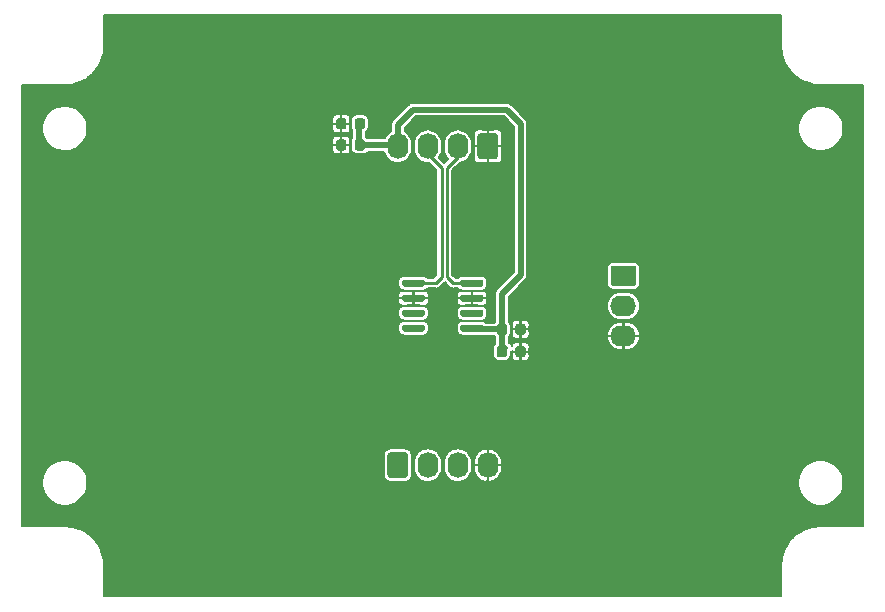
<source format=gtl>
G04 #@! TF.GenerationSoftware,KiCad,Pcbnew,(5.1.6)-1*
G04 #@! TF.CreationDate,2022-06-26T15:17:10+10:00*
G04 #@! TF.ProjectId,wind_sensors,77696e64-5f73-4656-9e73-6f72732e6b69,rev?*
G04 #@! TF.SameCoordinates,Original*
G04 #@! TF.FileFunction,Copper,L1,Top*
G04 #@! TF.FilePolarity,Positive*
%FSLAX46Y46*%
G04 Gerber Fmt 4.6, Leading zero omitted, Abs format (unit mm)*
G04 Created by KiCad (PCBNEW (5.1.6)-1) date 2022-06-26 15:17:10*
%MOMM*%
%LPD*%
G01*
G04 APERTURE LIST*
G04 #@! TA.AperFunction,ComponentPad*
%ADD10O,2.190000X1.740000*%
G04 #@! TD*
G04 #@! TA.AperFunction,ComponentPad*
%ADD11O,1.740000X2.190000*%
G04 #@! TD*
G04 #@! TA.AperFunction,ViaPad*
%ADD12C,0.800000*%
G04 #@! TD*
G04 #@! TA.AperFunction,Conductor*
%ADD13C,0.250000*%
G04 #@! TD*
G04 #@! TA.AperFunction,Conductor*
%ADD14C,0.500000*%
G04 #@! TD*
G04 #@! TA.AperFunction,Conductor*
%ADD15C,0.200000*%
G04 #@! TD*
G04 APERTURE END LIST*
G04 #@! TA.AperFunction,SMDPad,CuDef*
G36*
G01*
X150050000Y-103856250D02*
X150050000Y-103343750D01*
G75*
G02*
X150268750Y-103125000I218750J0D01*
G01*
X150706250Y-103125000D01*
G75*
G02*
X150925000Y-103343750I0J-218750D01*
G01*
X150925000Y-103856250D01*
G75*
G02*
X150706250Y-104075000I-218750J0D01*
G01*
X150268750Y-104075000D01*
G75*
G02*
X150050000Y-103856250I0J218750D01*
G01*
G37*
G04 #@! TD.AperFunction*
G04 #@! TA.AperFunction,SMDPad,CuDef*
G36*
G01*
X148475000Y-103856250D02*
X148475000Y-103343750D01*
G75*
G02*
X148693750Y-103125000I218750J0D01*
G01*
X149131250Y-103125000D01*
G75*
G02*
X149350000Y-103343750I0J-218750D01*
G01*
X149350000Y-103856250D01*
G75*
G02*
X149131250Y-104075000I-218750J0D01*
G01*
X148693750Y-104075000D01*
G75*
G02*
X148475000Y-103856250I0J218750D01*
G01*
G37*
G04 #@! TD.AperFunction*
G04 #@! TA.AperFunction,SMDPad,CuDef*
G36*
G01*
X135750000Y-85943750D02*
X135750000Y-86456250D01*
G75*
G02*
X135531250Y-86675000I-218750J0D01*
G01*
X135093750Y-86675000D01*
G75*
G02*
X134875000Y-86456250I0J218750D01*
G01*
X134875000Y-85943750D01*
G75*
G02*
X135093750Y-85725000I218750J0D01*
G01*
X135531250Y-85725000D01*
G75*
G02*
X135750000Y-85943750I0J-218750D01*
G01*
G37*
G04 #@! TD.AperFunction*
G04 #@! TA.AperFunction,SMDPad,CuDef*
G36*
G01*
X137325000Y-85943750D02*
X137325000Y-86456250D01*
G75*
G02*
X137106250Y-86675000I-218750J0D01*
G01*
X136668750Y-86675000D01*
G75*
G02*
X136450000Y-86456250I0J218750D01*
G01*
X136450000Y-85943750D01*
G75*
G02*
X136668750Y-85725000I218750J0D01*
G01*
X137106250Y-85725000D01*
G75*
G02*
X137325000Y-85943750I0J-218750D01*
G01*
G37*
G04 #@! TD.AperFunction*
G04 #@! TA.AperFunction,SMDPad,CuDef*
G36*
G01*
X135750000Y-87743750D02*
X135750000Y-88256250D01*
G75*
G02*
X135531250Y-88475000I-218750J0D01*
G01*
X135093750Y-88475000D01*
G75*
G02*
X134875000Y-88256250I0J218750D01*
G01*
X134875000Y-87743750D01*
G75*
G02*
X135093750Y-87525000I218750J0D01*
G01*
X135531250Y-87525000D01*
G75*
G02*
X135750000Y-87743750I0J-218750D01*
G01*
G37*
G04 #@! TD.AperFunction*
G04 #@! TA.AperFunction,SMDPad,CuDef*
G36*
G01*
X137325000Y-87743750D02*
X137325000Y-88256250D01*
G75*
G02*
X137106250Y-88475000I-218750J0D01*
G01*
X136668750Y-88475000D01*
G75*
G02*
X136450000Y-88256250I0J218750D01*
G01*
X136450000Y-87743750D01*
G75*
G02*
X136668750Y-87525000I218750J0D01*
G01*
X137106250Y-87525000D01*
G75*
G02*
X137325000Y-87743750I0J-218750D01*
G01*
G37*
G04 #@! TD.AperFunction*
G04 #@! TA.AperFunction,SMDPad,CuDef*
G36*
G01*
X145400000Y-99845000D02*
X145400000Y-99545000D01*
G75*
G02*
X145550000Y-99395000I150000J0D01*
G01*
X147200000Y-99395000D01*
G75*
G02*
X147350000Y-99545000I0J-150000D01*
G01*
X147350000Y-99845000D01*
G75*
G02*
X147200000Y-99995000I-150000J0D01*
G01*
X145550000Y-99995000D01*
G75*
G02*
X145400000Y-99845000I0J150000D01*
G01*
G37*
G04 #@! TD.AperFunction*
G04 #@! TA.AperFunction,SMDPad,CuDef*
G36*
G01*
X145400000Y-101115000D02*
X145400000Y-100815000D01*
G75*
G02*
X145550000Y-100665000I150000J0D01*
G01*
X147200000Y-100665000D01*
G75*
G02*
X147350000Y-100815000I0J-150000D01*
G01*
X147350000Y-101115000D01*
G75*
G02*
X147200000Y-101265000I-150000J0D01*
G01*
X145550000Y-101265000D01*
G75*
G02*
X145400000Y-101115000I0J150000D01*
G01*
G37*
G04 #@! TD.AperFunction*
G04 #@! TA.AperFunction,SMDPad,CuDef*
G36*
G01*
X145400000Y-102385000D02*
X145400000Y-102085000D01*
G75*
G02*
X145550000Y-101935000I150000J0D01*
G01*
X147200000Y-101935000D01*
G75*
G02*
X147350000Y-102085000I0J-150000D01*
G01*
X147350000Y-102385000D01*
G75*
G02*
X147200000Y-102535000I-150000J0D01*
G01*
X145550000Y-102535000D01*
G75*
G02*
X145400000Y-102385000I0J150000D01*
G01*
G37*
G04 #@! TD.AperFunction*
G04 #@! TA.AperFunction,SMDPad,CuDef*
G36*
G01*
X145400000Y-103655000D02*
X145400000Y-103355000D01*
G75*
G02*
X145550000Y-103205000I150000J0D01*
G01*
X147200000Y-103205000D01*
G75*
G02*
X147350000Y-103355000I0J-150000D01*
G01*
X147350000Y-103655000D01*
G75*
G02*
X147200000Y-103805000I-150000J0D01*
G01*
X145550000Y-103805000D01*
G75*
G02*
X145400000Y-103655000I0J150000D01*
G01*
G37*
G04 #@! TD.AperFunction*
G04 #@! TA.AperFunction,SMDPad,CuDef*
G36*
G01*
X140450000Y-103655000D02*
X140450000Y-103355000D01*
G75*
G02*
X140600000Y-103205000I150000J0D01*
G01*
X142250000Y-103205000D01*
G75*
G02*
X142400000Y-103355000I0J-150000D01*
G01*
X142400000Y-103655000D01*
G75*
G02*
X142250000Y-103805000I-150000J0D01*
G01*
X140600000Y-103805000D01*
G75*
G02*
X140450000Y-103655000I0J150000D01*
G01*
G37*
G04 #@! TD.AperFunction*
G04 #@! TA.AperFunction,SMDPad,CuDef*
G36*
G01*
X140450000Y-102385000D02*
X140450000Y-102085000D01*
G75*
G02*
X140600000Y-101935000I150000J0D01*
G01*
X142250000Y-101935000D01*
G75*
G02*
X142400000Y-102085000I0J-150000D01*
G01*
X142400000Y-102385000D01*
G75*
G02*
X142250000Y-102535000I-150000J0D01*
G01*
X140600000Y-102535000D01*
G75*
G02*
X140450000Y-102385000I0J150000D01*
G01*
G37*
G04 #@! TD.AperFunction*
G04 #@! TA.AperFunction,SMDPad,CuDef*
G36*
G01*
X140450000Y-101115000D02*
X140450000Y-100815000D01*
G75*
G02*
X140600000Y-100665000I150000J0D01*
G01*
X142250000Y-100665000D01*
G75*
G02*
X142400000Y-100815000I0J-150000D01*
G01*
X142400000Y-101115000D01*
G75*
G02*
X142250000Y-101265000I-150000J0D01*
G01*
X140600000Y-101265000D01*
G75*
G02*
X140450000Y-101115000I0J150000D01*
G01*
G37*
G04 #@! TD.AperFunction*
G04 #@! TA.AperFunction,SMDPad,CuDef*
G36*
G01*
X140450000Y-99845000D02*
X140450000Y-99545000D01*
G75*
G02*
X140600000Y-99395000I150000J0D01*
G01*
X142250000Y-99395000D01*
G75*
G02*
X142400000Y-99545000I0J-150000D01*
G01*
X142400000Y-99845000D01*
G75*
G02*
X142250000Y-99995000I-150000J0D01*
G01*
X140600000Y-99995000D01*
G75*
G02*
X140450000Y-99845000I0J150000D01*
G01*
G37*
G04 #@! TD.AperFunction*
D10*
X159200000Y-104160000D03*
X159200000Y-101620000D03*
G04 #@! TA.AperFunction,ComponentPad*
G36*
G01*
X158354999Y-98210000D02*
X160045001Y-98210000D01*
G75*
G02*
X160295000Y-98459999I0J-249999D01*
G01*
X160295000Y-99700001D01*
G75*
G02*
X160045001Y-99950000I-249999J0D01*
G01*
X158354999Y-99950000D01*
G75*
G02*
X158105000Y-99700001I0J249999D01*
G01*
X158105000Y-98459999D01*
G75*
G02*
X158354999Y-98210000I249999J0D01*
G01*
G37*
G04 #@! TD.AperFunction*
D11*
X140090000Y-88100000D03*
X142630000Y-88100000D03*
X145170000Y-88100000D03*
G04 #@! TA.AperFunction,ComponentPad*
G36*
G01*
X148580000Y-87254999D02*
X148580000Y-88945001D01*
G75*
G02*
X148330001Y-89195000I-249999J0D01*
G01*
X147089999Y-89195000D01*
G75*
G02*
X146840000Y-88945001I0J249999D01*
G01*
X146840000Y-87254999D01*
G75*
G02*
X147089999Y-87005000I249999J0D01*
G01*
X148330001Y-87005000D01*
G75*
G02*
X148580000Y-87254999I0J-249999D01*
G01*
G37*
G04 #@! TD.AperFunction*
X147710000Y-115100000D03*
X145170000Y-115100000D03*
X142630000Y-115100000D03*
G04 #@! TA.AperFunction,ComponentPad*
G36*
G01*
X139220000Y-115945001D02*
X139220000Y-114254999D01*
G75*
G02*
X139469999Y-114005000I249999J0D01*
G01*
X140710001Y-114005000D01*
G75*
G02*
X140960000Y-114254999I0J-249999D01*
G01*
X140960000Y-115945001D01*
G75*
G02*
X140710001Y-116195000I-249999J0D01*
G01*
X139469999Y-116195000D01*
G75*
G02*
X139220000Y-115945001I0J249999D01*
G01*
G37*
G04 #@! TD.AperFunction*
G04 #@! TA.AperFunction,SMDPad,CuDef*
G36*
G01*
X150050000Y-105756250D02*
X150050000Y-105243750D01*
G75*
G02*
X150268750Y-105025000I218750J0D01*
G01*
X150706250Y-105025000D01*
G75*
G02*
X150925000Y-105243750I0J-218750D01*
G01*
X150925000Y-105756250D01*
G75*
G02*
X150706250Y-105975000I-218750J0D01*
G01*
X150268750Y-105975000D01*
G75*
G02*
X150050000Y-105756250I0J218750D01*
G01*
G37*
G04 #@! TD.AperFunction*
G04 #@! TA.AperFunction,SMDPad,CuDef*
G36*
G01*
X148475000Y-105756250D02*
X148475000Y-105243750D01*
G75*
G02*
X148693750Y-105025000I218750J0D01*
G01*
X149131250Y-105025000D01*
G75*
G02*
X149350000Y-105243750I0J-218750D01*
G01*
X149350000Y-105756250D01*
G75*
G02*
X149131250Y-105975000I-218750J0D01*
G01*
X148693750Y-105975000D01*
G75*
G02*
X148475000Y-105756250I0J218750D01*
G01*
G37*
G04 #@! TD.AperFunction*
D12*
X152000000Y-103600000D03*
X152000000Y-105500000D03*
X139300000Y-99700000D03*
X142800000Y-98100000D03*
X145200000Y-98100000D03*
X135800000Y-102300000D03*
X145700000Y-108700000D03*
X145700000Y-110500000D03*
X150500000Y-100700000D03*
X154800000Y-100700000D03*
X154800000Y-98100000D03*
X133900000Y-86200000D03*
X133900000Y-88000000D03*
X129700000Y-81600000D03*
X136620000Y-81600000D03*
X143540000Y-81600000D03*
X150460000Y-81600000D03*
X157380000Y-81600000D03*
X129700000Y-86985714D03*
X129700000Y-92371428D03*
X129700000Y-97757142D03*
X129700000Y-103142856D03*
X129700000Y-108528570D03*
X129700000Y-113914284D03*
X129700000Y-119300000D03*
X136620000Y-119300000D03*
X150460000Y-119300000D03*
X143540000Y-119300000D03*
X157380000Y-119300000D03*
X164300000Y-86885714D03*
X164300000Y-97657142D03*
X164300000Y-108428570D03*
X164300000Y-119200000D03*
X164300000Y-92271428D03*
X164300000Y-103042856D03*
X164300000Y-81500000D03*
X164300000Y-113814284D03*
X142800000Y-95600000D03*
X145200000Y-95600000D03*
X142800000Y-92850000D03*
X145200000Y-92850000D03*
X142800000Y-90100000D03*
X145200000Y-90100000D03*
X148600000Y-98100000D03*
X148600000Y-107000000D03*
X141500000Y-105000000D03*
X144000000Y-105000000D03*
X146500000Y-105000000D03*
D13*
X143800000Y-99200000D02*
X143300000Y-99700000D01*
X142630000Y-88100000D02*
X142630000Y-88780000D01*
X143300000Y-99700000D02*
X141500000Y-99700000D01*
X142630000Y-88780000D02*
X143800000Y-89950000D01*
X143800000Y-89950000D02*
X143800000Y-99200000D01*
X146000000Y-99700000D02*
X146100000Y-99600000D01*
X145170000Y-88100000D02*
X145170000Y-89030000D01*
X145170000Y-89030000D02*
X144250010Y-89949990D01*
X144250010Y-99150010D02*
X144800000Y-99700000D01*
X144800000Y-99700000D02*
X146000000Y-99700000D01*
X144250010Y-89949990D02*
X144250010Y-99150010D01*
D14*
X136800000Y-88000000D02*
X136800000Y-86100000D01*
X148912500Y-103600000D02*
X148912500Y-105487500D01*
X148912500Y-105487500D02*
X149200000Y-105200000D01*
X148900000Y-100600000D02*
X148900000Y-103600000D01*
X150500000Y-99000000D02*
X148900000Y-100600000D01*
X150500000Y-86200000D02*
X150500000Y-99000000D01*
X146700000Y-103600000D02*
X146800000Y-103500000D01*
X140100000Y-88000000D02*
X140100000Y-86300000D01*
X136887500Y-88000000D02*
X140100000Y-88000000D01*
X149300000Y-85000000D02*
X150500000Y-86200000D01*
X141400000Y-85000000D02*
X149300000Y-85000000D01*
X148900000Y-103600000D02*
X146700000Y-103600000D01*
X140100000Y-86300000D02*
X141400000Y-85000000D01*
D15*
G36*
X172555001Y-79616946D02*
G01*
X172555059Y-79617534D01*
X172555075Y-79622146D01*
X172556598Y-79637142D01*
X172556493Y-79652212D01*
X172556963Y-79657006D01*
X172618164Y-80239296D01*
X172624459Y-80269967D01*
X172630311Y-80300642D01*
X172631701Y-80305246D01*
X172631702Y-80305253D01*
X172631705Y-80305259D01*
X172804840Y-80864567D01*
X172816966Y-80893415D01*
X172828671Y-80922384D01*
X172830930Y-80926633D01*
X172830932Y-80926638D01*
X172830935Y-80926642D01*
X173109408Y-81441669D01*
X173126909Y-81467616D01*
X173144016Y-81493757D01*
X173147054Y-81497483D01*
X173147059Y-81497490D01*
X173147065Y-81497496D01*
X173520270Y-81948623D01*
X173542451Y-81970650D01*
X173564335Y-81992997D01*
X173568047Y-81996068D01*
X174021775Y-82366120D01*
X174047827Y-82383429D01*
X174073620Y-82401090D01*
X174077853Y-82403378D01*
X174077857Y-82403381D01*
X174077861Y-82403383D01*
X174594822Y-82678255D01*
X174623764Y-82690184D01*
X174652472Y-82702488D01*
X174657067Y-82703911D01*
X174657074Y-82703914D01*
X174657081Y-82703915D01*
X175217581Y-82873140D01*
X175248249Y-82879213D01*
X175278840Y-82885715D01*
X175283620Y-82886217D01*
X175283631Y-82886219D01*
X175283641Y-82886219D01*
X175865944Y-82943315D01*
X175883054Y-82945000D01*
X179500000Y-82945000D01*
X179500000Y-120255000D01*
X175883054Y-120255000D01*
X175882455Y-120255059D01*
X175877854Y-120255075D01*
X175862858Y-120256598D01*
X175847788Y-120256493D01*
X175842993Y-120256963D01*
X175260704Y-120318164D01*
X175230033Y-120324459D01*
X175199358Y-120330311D01*
X175194757Y-120331700D01*
X175194747Y-120331702D01*
X175194738Y-120331706D01*
X174635433Y-120504840D01*
X174606585Y-120516966D01*
X174577616Y-120528671D01*
X174573367Y-120530930D01*
X174573362Y-120530932D01*
X174573361Y-120530933D01*
X174058331Y-120809408D01*
X174032384Y-120826909D01*
X174006243Y-120844016D01*
X174002517Y-120847054D01*
X174002510Y-120847059D01*
X174002504Y-120847065D01*
X173551377Y-121220270D01*
X173529350Y-121242451D01*
X173507003Y-121264335D01*
X173503932Y-121268047D01*
X173133880Y-121721775D01*
X173116554Y-121747853D01*
X173098911Y-121773620D01*
X173096619Y-121777857D01*
X172821745Y-122294822D01*
X172809824Y-122323743D01*
X172797511Y-122352472D01*
X172796090Y-122357063D01*
X172796086Y-122357073D01*
X172796084Y-122357083D01*
X172626860Y-122917581D01*
X172620787Y-122948249D01*
X172614285Y-122978840D01*
X172613783Y-122983620D01*
X172613781Y-122983631D01*
X172613781Y-122983641D01*
X172556647Y-123566334D01*
X172556647Y-123566341D01*
X172555001Y-123583054D01*
X172555000Y-126200000D01*
X115245000Y-126200000D01*
X115245000Y-123583054D01*
X115244941Y-123582455D01*
X115244925Y-123577854D01*
X115243402Y-123562858D01*
X115243507Y-123547788D01*
X115243037Y-123542993D01*
X115181836Y-122960704D01*
X115175541Y-122930033D01*
X115169689Y-122899358D01*
X115168300Y-122894757D01*
X115168298Y-122894747D01*
X115168294Y-122894738D01*
X114995160Y-122335433D01*
X114983034Y-122306585D01*
X114971329Y-122277616D01*
X114969068Y-122273363D01*
X114969068Y-122273362D01*
X114969065Y-122273358D01*
X114690592Y-121758331D01*
X114673091Y-121732384D01*
X114655984Y-121706243D01*
X114652946Y-121702517D01*
X114652941Y-121702510D01*
X114652935Y-121702504D01*
X114279730Y-121251377D01*
X114257549Y-121229350D01*
X114235665Y-121207003D01*
X114231953Y-121203932D01*
X113778225Y-120833880D01*
X113752147Y-120816554D01*
X113726380Y-120798911D01*
X113722143Y-120796619D01*
X113205178Y-120521745D01*
X113176257Y-120509824D01*
X113147528Y-120497511D01*
X113142937Y-120496090D01*
X113142927Y-120496086D01*
X113142917Y-120496084D01*
X112582419Y-120326860D01*
X112551751Y-120320787D01*
X112521160Y-120314285D01*
X112516380Y-120313783D01*
X112516369Y-120313781D01*
X112516359Y-120313781D01*
X111934280Y-120256707D01*
X111916946Y-120255000D01*
X108300000Y-120255000D01*
X108300000Y-116410897D01*
X109980000Y-116410897D01*
X109980000Y-116789103D01*
X110053785Y-117160043D01*
X110198518Y-117509461D01*
X110408639Y-117823929D01*
X110676071Y-118091361D01*
X110990539Y-118301482D01*
X111339957Y-118446215D01*
X111710897Y-118520000D01*
X112089103Y-118520000D01*
X112460043Y-118446215D01*
X112809461Y-118301482D01*
X113123929Y-118091361D01*
X113391361Y-117823929D01*
X113601482Y-117509461D01*
X113746215Y-117160043D01*
X113820000Y-116789103D01*
X113820000Y-116410897D01*
X113746215Y-116039957D01*
X113601482Y-115690539D01*
X113391361Y-115376071D01*
X113123929Y-115108639D01*
X112809461Y-114898518D01*
X112460043Y-114753785D01*
X112089103Y-114680000D01*
X111710897Y-114680000D01*
X111339957Y-114753785D01*
X110990539Y-114898518D01*
X110676071Y-115108639D01*
X110408639Y-115376071D01*
X110198518Y-115690539D01*
X110053785Y-116039957D01*
X109980000Y-116410897D01*
X108300000Y-116410897D01*
X108300000Y-114254999D01*
X138898452Y-114254999D01*
X138898452Y-115945001D01*
X138909434Y-116056504D01*
X138941958Y-116163723D01*
X138994775Y-116262535D01*
X139065854Y-116349146D01*
X139152465Y-116420225D01*
X139251277Y-116473042D01*
X139358496Y-116505566D01*
X139469999Y-116516548D01*
X140710001Y-116516548D01*
X140821504Y-116505566D01*
X140928723Y-116473042D01*
X141027535Y-116420225D01*
X141114146Y-116349146D01*
X141185225Y-116262535D01*
X141238042Y-116163723D01*
X141270566Y-116056504D01*
X141281548Y-115945001D01*
X141281548Y-114816549D01*
X141440000Y-114816549D01*
X141440000Y-115383452D01*
X141457219Y-115558281D01*
X141525265Y-115782596D01*
X141635765Y-115989327D01*
X141784473Y-116170528D01*
X141965674Y-116319236D01*
X142172405Y-116429735D01*
X142396720Y-116497781D01*
X142630000Y-116520757D01*
X142863281Y-116497781D01*
X143087596Y-116429735D01*
X143294327Y-116319236D01*
X143475528Y-116170528D01*
X143624236Y-115989327D01*
X143734735Y-115782595D01*
X143802781Y-115558280D01*
X143820000Y-115383451D01*
X143820000Y-114816549D01*
X143980000Y-114816549D01*
X143980000Y-115383452D01*
X143997219Y-115558281D01*
X144065265Y-115782596D01*
X144175765Y-115989327D01*
X144324473Y-116170528D01*
X144505674Y-116319236D01*
X144712405Y-116429735D01*
X144936720Y-116497781D01*
X145170000Y-116520757D01*
X145403281Y-116497781D01*
X145627596Y-116429735D01*
X145834327Y-116319236D01*
X146015528Y-116170528D01*
X146164236Y-115989327D01*
X146274735Y-115782595D01*
X146342781Y-115558280D01*
X146360000Y-115383451D01*
X146360000Y-115110000D01*
X146520000Y-115110000D01*
X146520000Y-115335000D01*
X146544816Y-115566965D01*
X146614410Y-115789632D01*
X146726107Y-115994443D01*
X146875614Y-116173528D01*
X147057186Y-116320004D01*
X147263845Y-116428243D01*
X147487650Y-116494085D01*
X147513973Y-116498743D01*
X147700000Y-116434955D01*
X147700000Y-115110000D01*
X147720000Y-115110000D01*
X147720000Y-116434955D01*
X147906027Y-116498743D01*
X147932350Y-116494085D01*
X148156155Y-116428243D01*
X148189273Y-116410897D01*
X173980000Y-116410897D01*
X173980000Y-116789103D01*
X174053785Y-117160043D01*
X174198518Y-117509461D01*
X174408639Y-117823929D01*
X174676071Y-118091361D01*
X174990539Y-118301482D01*
X175339957Y-118446215D01*
X175710897Y-118520000D01*
X176089103Y-118520000D01*
X176460043Y-118446215D01*
X176809461Y-118301482D01*
X177123929Y-118091361D01*
X177391361Y-117823929D01*
X177601482Y-117509461D01*
X177746215Y-117160043D01*
X177820000Y-116789103D01*
X177820000Y-116410897D01*
X177746215Y-116039957D01*
X177601482Y-115690539D01*
X177391361Y-115376071D01*
X177123929Y-115108639D01*
X176809461Y-114898518D01*
X176460043Y-114753785D01*
X176089103Y-114680000D01*
X175710897Y-114680000D01*
X175339957Y-114753785D01*
X174990539Y-114898518D01*
X174676071Y-115108639D01*
X174408639Y-115376071D01*
X174198518Y-115690539D01*
X174053785Y-116039957D01*
X173980000Y-116410897D01*
X148189273Y-116410897D01*
X148362814Y-116320004D01*
X148544386Y-116173528D01*
X148693893Y-115994443D01*
X148805590Y-115789632D01*
X148875184Y-115566965D01*
X148900000Y-115335000D01*
X148900000Y-115110000D01*
X147720000Y-115110000D01*
X147700000Y-115110000D01*
X146520000Y-115110000D01*
X146360000Y-115110000D01*
X146360000Y-114865000D01*
X146520000Y-114865000D01*
X146520000Y-115090000D01*
X147700000Y-115090000D01*
X147700000Y-113765045D01*
X147720000Y-113765045D01*
X147720000Y-115090000D01*
X148900000Y-115090000D01*
X148900000Y-114865000D01*
X148875184Y-114633035D01*
X148805590Y-114410368D01*
X148693893Y-114205557D01*
X148544386Y-114026472D01*
X148362814Y-113879996D01*
X148156155Y-113771757D01*
X147932350Y-113705915D01*
X147906027Y-113701257D01*
X147720000Y-113765045D01*
X147700000Y-113765045D01*
X147513973Y-113701257D01*
X147487650Y-113705915D01*
X147263845Y-113771757D01*
X147057186Y-113879996D01*
X146875614Y-114026472D01*
X146726107Y-114205557D01*
X146614410Y-114410368D01*
X146544816Y-114633035D01*
X146520000Y-114865000D01*
X146360000Y-114865000D01*
X146360000Y-114816548D01*
X146342781Y-114641719D01*
X146274735Y-114417404D01*
X146164236Y-114210673D01*
X146015528Y-114029472D01*
X145834326Y-113880764D01*
X145627595Y-113770265D01*
X145403280Y-113702219D01*
X145170000Y-113679243D01*
X144936719Y-113702219D01*
X144712404Y-113770265D01*
X144505673Y-113880764D01*
X144324472Y-114029472D01*
X144175764Y-114210674D01*
X144065265Y-114417405D01*
X143997219Y-114641720D01*
X143980000Y-114816549D01*
X143820000Y-114816549D01*
X143820000Y-114816548D01*
X143802781Y-114641719D01*
X143734735Y-114417404D01*
X143624236Y-114210673D01*
X143475528Y-114029472D01*
X143294326Y-113880764D01*
X143087595Y-113770265D01*
X142863280Y-113702219D01*
X142630000Y-113679243D01*
X142396719Y-113702219D01*
X142172404Y-113770265D01*
X141965673Y-113880764D01*
X141784472Y-114029472D01*
X141635764Y-114210674D01*
X141525265Y-114417405D01*
X141457219Y-114641720D01*
X141440000Y-114816549D01*
X141281548Y-114816549D01*
X141281548Y-114254999D01*
X141270566Y-114143496D01*
X141238042Y-114036277D01*
X141185225Y-113937465D01*
X141114146Y-113850854D01*
X141027535Y-113779775D01*
X140928723Y-113726958D01*
X140821504Y-113694434D01*
X140710001Y-113683452D01*
X139469999Y-113683452D01*
X139358496Y-113694434D01*
X139251277Y-113726958D01*
X139152465Y-113779775D01*
X139065854Y-113850854D01*
X138994775Y-113937465D01*
X138941958Y-114036277D01*
X138909434Y-114143496D01*
X138898452Y-114254999D01*
X108300000Y-114254999D01*
X108300000Y-103355000D01*
X140128452Y-103355000D01*
X140128452Y-103655000D01*
X140137513Y-103746994D01*
X140164346Y-103835454D01*
X140207922Y-103916978D01*
X140266565Y-103988435D01*
X140338022Y-104047078D01*
X140419546Y-104090654D01*
X140508006Y-104117487D01*
X140600000Y-104126548D01*
X142250000Y-104126548D01*
X142341994Y-104117487D01*
X142430454Y-104090654D01*
X142511978Y-104047078D01*
X142583435Y-103988435D01*
X142642078Y-103916978D01*
X142685654Y-103835454D01*
X142712487Y-103746994D01*
X142721548Y-103655000D01*
X142721548Y-103355000D01*
X142712487Y-103263006D01*
X142685654Y-103174546D01*
X142642078Y-103093022D01*
X142583435Y-103021565D01*
X142511978Y-102962922D01*
X142430454Y-102919346D01*
X142341994Y-102892513D01*
X142250000Y-102883452D01*
X140600000Y-102883452D01*
X140508006Y-102892513D01*
X140419546Y-102919346D01*
X140338022Y-102962922D01*
X140266565Y-103021565D01*
X140207922Y-103093022D01*
X140164346Y-103174546D01*
X140137513Y-103263006D01*
X140128452Y-103355000D01*
X108300000Y-103355000D01*
X108300000Y-102085000D01*
X140128452Y-102085000D01*
X140128452Y-102385000D01*
X140137513Y-102476994D01*
X140164346Y-102565454D01*
X140207922Y-102646978D01*
X140266565Y-102718435D01*
X140338022Y-102777078D01*
X140419546Y-102820654D01*
X140508006Y-102847487D01*
X140600000Y-102856548D01*
X142250000Y-102856548D01*
X142341994Y-102847487D01*
X142430454Y-102820654D01*
X142511978Y-102777078D01*
X142583435Y-102718435D01*
X142642078Y-102646978D01*
X142685654Y-102565454D01*
X142712487Y-102476994D01*
X142721548Y-102385000D01*
X142721548Y-102085000D01*
X145078452Y-102085000D01*
X145078452Y-102385000D01*
X145087513Y-102476994D01*
X145114346Y-102565454D01*
X145157922Y-102646978D01*
X145216565Y-102718435D01*
X145288022Y-102777078D01*
X145369546Y-102820654D01*
X145458006Y-102847487D01*
X145550000Y-102856548D01*
X147200000Y-102856548D01*
X147291994Y-102847487D01*
X147380454Y-102820654D01*
X147461978Y-102777078D01*
X147533435Y-102718435D01*
X147592078Y-102646978D01*
X147635654Y-102565454D01*
X147662487Y-102476994D01*
X147671548Y-102385000D01*
X147671548Y-102085000D01*
X147662487Y-101993006D01*
X147635654Y-101904546D01*
X147592078Y-101823022D01*
X147533435Y-101751565D01*
X147461978Y-101692922D01*
X147380454Y-101649346D01*
X147291994Y-101622513D01*
X147200000Y-101613452D01*
X145550000Y-101613452D01*
X145458006Y-101622513D01*
X145369546Y-101649346D01*
X145288022Y-101692922D01*
X145216565Y-101751565D01*
X145157922Y-101823022D01*
X145114346Y-101904546D01*
X145087513Y-101993006D01*
X145078452Y-102085000D01*
X142721548Y-102085000D01*
X142712487Y-101993006D01*
X142685654Y-101904546D01*
X142642078Y-101823022D01*
X142583435Y-101751565D01*
X142511978Y-101692922D01*
X142430454Y-101649346D01*
X142341994Y-101622513D01*
X142250000Y-101613452D01*
X140600000Y-101613452D01*
X140508006Y-101622513D01*
X140419546Y-101649346D01*
X140338022Y-101692922D01*
X140266565Y-101751565D01*
X140207922Y-101823022D01*
X140164346Y-101904546D01*
X140137513Y-101993006D01*
X140128452Y-102085000D01*
X108300000Y-102085000D01*
X108300000Y-101265000D01*
X140128452Y-101265000D01*
X140134630Y-101327731D01*
X140152928Y-101388051D01*
X140182643Y-101443642D01*
X140222631Y-101492369D01*
X140271358Y-101532357D01*
X140326949Y-101562072D01*
X140387269Y-101580370D01*
X140450000Y-101586548D01*
X141335000Y-101585000D01*
X141415000Y-101505000D01*
X141415000Y-100975000D01*
X141435000Y-100975000D01*
X141435000Y-101505000D01*
X141515000Y-101585000D01*
X142400000Y-101586548D01*
X142462731Y-101580370D01*
X142523051Y-101562072D01*
X142578642Y-101532357D01*
X142627369Y-101492369D01*
X142667357Y-101443642D01*
X142697072Y-101388051D01*
X142715370Y-101327731D01*
X142721548Y-101265000D01*
X145078452Y-101265000D01*
X145084630Y-101327731D01*
X145102928Y-101388051D01*
X145132643Y-101443642D01*
X145172631Y-101492369D01*
X145221358Y-101532357D01*
X145276949Y-101562072D01*
X145337269Y-101580370D01*
X145400000Y-101586548D01*
X146285000Y-101585000D01*
X146365000Y-101505000D01*
X146365000Y-100975000D01*
X146385000Y-100975000D01*
X146385000Y-101505000D01*
X146465000Y-101585000D01*
X147350000Y-101586548D01*
X147412731Y-101580370D01*
X147473051Y-101562072D01*
X147528642Y-101532357D01*
X147577369Y-101492369D01*
X147617357Y-101443642D01*
X147647072Y-101388051D01*
X147665370Y-101327731D01*
X147671548Y-101265000D01*
X147670000Y-101055000D01*
X147590000Y-100975000D01*
X146385000Y-100975000D01*
X146365000Y-100975000D01*
X145160000Y-100975000D01*
X145080000Y-101055000D01*
X145078452Y-101265000D01*
X142721548Y-101265000D01*
X142720000Y-101055000D01*
X142640000Y-100975000D01*
X141435000Y-100975000D01*
X141415000Y-100975000D01*
X140210000Y-100975000D01*
X140130000Y-101055000D01*
X140128452Y-101265000D01*
X108300000Y-101265000D01*
X108300000Y-100665000D01*
X140128452Y-100665000D01*
X140130000Y-100875000D01*
X140210000Y-100955000D01*
X141415000Y-100955000D01*
X141415000Y-100425000D01*
X141435000Y-100425000D01*
X141435000Y-100955000D01*
X142640000Y-100955000D01*
X142720000Y-100875000D01*
X142721548Y-100665000D01*
X145078452Y-100665000D01*
X145080000Y-100875000D01*
X145160000Y-100955000D01*
X146365000Y-100955000D01*
X146365000Y-100425000D01*
X146385000Y-100425000D01*
X146385000Y-100955000D01*
X147590000Y-100955000D01*
X147670000Y-100875000D01*
X147671548Y-100665000D01*
X147665370Y-100602269D01*
X147647072Y-100541949D01*
X147617357Y-100486358D01*
X147577369Y-100437631D01*
X147528642Y-100397643D01*
X147473051Y-100367928D01*
X147412731Y-100349630D01*
X147350000Y-100343452D01*
X146465000Y-100345000D01*
X146385000Y-100425000D01*
X146365000Y-100425000D01*
X146285000Y-100345000D01*
X145400000Y-100343452D01*
X145337269Y-100349630D01*
X145276949Y-100367928D01*
X145221358Y-100397643D01*
X145172631Y-100437631D01*
X145132643Y-100486358D01*
X145102928Y-100541949D01*
X145084630Y-100602269D01*
X145078452Y-100665000D01*
X142721548Y-100665000D01*
X142715370Y-100602269D01*
X142697072Y-100541949D01*
X142667357Y-100486358D01*
X142627369Y-100437631D01*
X142578642Y-100397643D01*
X142523051Y-100367928D01*
X142462731Y-100349630D01*
X142400000Y-100343452D01*
X141515000Y-100345000D01*
X141435000Y-100425000D01*
X141415000Y-100425000D01*
X141335000Y-100345000D01*
X140450000Y-100343452D01*
X140387269Y-100349630D01*
X140326949Y-100367928D01*
X140271358Y-100397643D01*
X140222631Y-100437631D01*
X140182643Y-100486358D01*
X140152928Y-100541949D01*
X140134630Y-100602269D01*
X140128452Y-100665000D01*
X108300000Y-100665000D01*
X108300000Y-99545000D01*
X140128452Y-99545000D01*
X140128452Y-99845000D01*
X140137513Y-99936994D01*
X140164346Y-100025454D01*
X140207922Y-100106978D01*
X140266565Y-100178435D01*
X140338022Y-100237078D01*
X140419546Y-100280654D01*
X140508006Y-100307487D01*
X140600000Y-100316548D01*
X142250000Y-100316548D01*
X142341994Y-100307487D01*
X142430454Y-100280654D01*
X142511978Y-100237078D01*
X142583435Y-100178435D01*
X142610874Y-100145000D01*
X143278140Y-100145000D01*
X143300000Y-100147153D01*
X143387235Y-100138561D01*
X143387238Y-100138560D01*
X143471118Y-100113116D01*
X143548425Y-100071794D01*
X143616185Y-100016185D01*
X143630124Y-99999200D01*
X144050001Y-99579325D01*
X144469879Y-99999204D01*
X144483815Y-100016185D01*
X144551575Y-100071794D01*
X144628882Y-100113116D01*
X144712765Y-100138561D01*
X144778140Y-100145000D01*
X144778150Y-100145000D01*
X144799999Y-100147152D01*
X144821848Y-100145000D01*
X145189126Y-100145000D01*
X145216565Y-100178435D01*
X145288022Y-100237078D01*
X145369546Y-100280654D01*
X145458006Y-100307487D01*
X145550000Y-100316548D01*
X147200000Y-100316548D01*
X147291994Y-100307487D01*
X147380454Y-100280654D01*
X147461978Y-100237078D01*
X147533435Y-100178435D01*
X147592078Y-100106978D01*
X147635654Y-100025454D01*
X147662487Y-99936994D01*
X147671548Y-99845000D01*
X147671548Y-99545000D01*
X147662487Y-99453006D01*
X147635654Y-99364546D01*
X147592078Y-99283022D01*
X147533435Y-99211565D01*
X147461978Y-99152922D01*
X147380454Y-99109346D01*
X147291994Y-99082513D01*
X147200000Y-99073452D01*
X145550000Y-99073452D01*
X145458006Y-99082513D01*
X145369546Y-99109346D01*
X145288022Y-99152922D01*
X145216565Y-99211565D01*
X145180919Y-99255000D01*
X144984325Y-99255000D01*
X144695010Y-98965686D01*
X144695010Y-90134314D01*
X145323707Y-89505618D01*
X145403280Y-89497781D01*
X145627595Y-89429735D01*
X145834326Y-89319236D01*
X145985708Y-89195000D01*
X146518452Y-89195000D01*
X146524630Y-89257731D01*
X146542928Y-89318051D01*
X146572643Y-89373642D01*
X146612631Y-89422369D01*
X146661358Y-89462357D01*
X146716949Y-89492072D01*
X146777269Y-89510370D01*
X146840000Y-89516548D01*
X147620000Y-89515000D01*
X147700000Y-89435000D01*
X147700000Y-88110000D01*
X147720000Y-88110000D01*
X147720000Y-89435000D01*
X147800000Y-89515000D01*
X148580000Y-89516548D01*
X148642731Y-89510370D01*
X148703051Y-89492072D01*
X148758642Y-89462357D01*
X148807369Y-89422369D01*
X148847357Y-89373642D01*
X148877072Y-89318051D01*
X148895370Y-89257731D01*
X148901548Y-89195000D01*
X148900000Y-88190000D01*
X148820000Y-88110000D01*
X147720000Y-88110000D01*
X147700000Y-88110000D01*
X146600000Y-88110000D01*
X146520000Y-88190000D01*
X146518452Y-89195000D01*
X145985708Y-89195000D01*
X146015528Y-89170528D01*
X146164236Y-88989327D01*
X146274735Y-88782596D01*
X146342781Y-88558281D01*
X146360000Y-88383452D01*
X146360000Y-87816549D01*
X146342781Y-87641720D01*
X146274735Y-87417405D01*
X146164236Y-87210673D01*
X146015528Y-87029472D01*
X145985709Y-87005000D01*
X146518452Y-87005000D01*
X146520000Y-88010000D01*
X146600000Y-88090000D01*
X147700000Y-88090000D01*
X147700000Y-86765000D01*
X147720000Y-86765000D01*
X147720000Y-88090000D01*
X148820000Y-88090000D01*
X148900000Y-88010000D01*
X148901548Y-87005000D01*
X148895370Y-86942269D01*
X148877072Y-86881949D01*
X148847357Y-86826358D01*
X148807369Y-86777631D01*
X148758642Y-86737643D01*
X148703051Y-86707928D01*
X148642731Y-86689630D01*
X148580000Y-86683452D01*
X147800000Y-86685000D01*
X147720000Y-86765000D01*
X147700000Y-86765000D01*
X147620000Y-86685000D01*
X146840000Y-86683452D01*
X146777269Y-86689630D01*
X146716949Y-86707928D01*
X146661358Y-86737643D01*
X146612631Y-86777631D01*
X146572643Y-86826358D01*
X146542928Y-86881949D01*
X146524630Y-86942269D01*
X146518452Y-87005000D01*
X145985709Y-87005000D01*
X145834327Y-86880764D01*
X145627596Y-86770265D01*
X145403281Y-86702219D01*
X145170000Y-86679243D01*
X144936720Y-86702219D01*
X144712405Y-86770265D01*
X144505674Y-86880764D01*
X144324473Y-87029472D01*
X144175765Y-87210673D01*
X144065265Y-87417404D01*
X143997219Y-87641719D01*
X143980000Y-87816548D01*
X143980000Y-88383451D01*
X143997219Y-88558280D01*
X144065265Y-88782595D01*
X144175764Y-88989326D01*
X144324472Y-89170528D01*
X144366036Y-89204639D01*
X144025000Y-89545675D01*
X143554106Y-89074781D01*
X143624236Y-88989327D01*
X143734735Y-88782596D01*
X143802781Y-88558281D01*
X143820000Y-88383452D01*
X143820000Y-87816549D01*
X143802781Y-87641720D01*
X143734735Y-87417405D01*
X143624236Y-87210673D01*
X143475528Y-87029472D01*
X143294327Y-86880764D01*
X143087596Y-86770265D01*
X142863281Y-86702219D01*
X142630000Y-86679243D01*
X142396720Y-86702219D01*
X142172405Y-86770265D01*
X141965674Y-86880764D01*
X141784473Y-87029472D01*
X141635765Y-87210673D01*
X141525265Y-87417404D01*
X141457219Y-87641719D01*
X141440000Y-87816548D01*
X141440000Y-88383451D01*
X141457219Y-88558280D01*
X141525265Y-88782595D01*
X141635764Y-88989326D01*
X141784472Y-89170528D01*
X141965673Y-89319236D01*
X142172404Y-89429735D01*
X142396719Y-89497781D01*
X142630000Y-89520757D01*
X142731442Y-89510766D01*
X143355000Y-90134325D01*
X143355001Y-99015674D01*
X143115675Y-99255000D01*
X142619081Y-99255000D01*
X142583435Y-99211565D01*
X142511978Y-99152922D01*
X142430454Y-99109346D01*
X142341994Y-99082513D01*
X142250000Y-99073452D01*
X140600000Y-99073452D01*
X140508006Y-99082513D01*
X140419546Y-99109346D01*
X140338022Y-99152922D01*
X140266565Y-99211565D01*
X140207922Y-99283022D01*
X140164346Y-99364546D01*
X140137513Y-99453006D01*
X140128452Y-99545000D01*
X108300000Y-99545000D01*
X108300000Y-86410897D01*
X109980000Y-86410897D01*
X109980000Y-86789103D01*
X110053785Y-87160043D01*
X110198518Y-87509461D01*
X110408639Y-87823929D01*
X110676071Y-88091361D01*
X110990539Y-88301482D01*
X111339957Y-88446215D01*
X111710897Y-88520000D01*
X112089103Y-88520000D01*
X112315331Y-88475000D01*
X134553452Y-88475000D01*
X134559630Y-88537731D01*
X134577928Y-88598051D01*
X134607643Y-88653642D01*
X134647631Y-88702369D01*
X134696358Y-88742357D01*
X134751949Y-88772072D01*
X134812269Y-88790370D01*
X134875000Y-88796548D01*
X135222500Y-88795000D01*
X135302500Y-88715000D01*
X135302500Y-88010000D01*
X135322500Y-88010000D01*
X135322500Y-88715000D01*
X135402500Y-88795000D01*
X135750000Y-88796548D01*
X135812731Y-88790370D01*
X135873051Y-88772072D01*
X135928642Y-88742357D01*
X135977369Y-88702369D01*
X136017357Y-88653642D01*
X136047072Y-88598051D01*
X136065370Y-88537731D01*
X136071548Y-88475000D01*
X136070000Y-88090000D01*
X135990000Y-88010000D01*
X135322500Y-88010000D01*
X135302500Y-88010000D01*
X134635000Y-88010000D01*
X134555000Y-88090000D01*
X134553452Y-88475000D01*
X112315331Y-88475000D01*
X112460043Y-88446215D01*
X112809461Y-88301482D01*
X113123929Y-88091361D01*
X113391361Y-87823929D01*
X113591099Y-87525000D01*
X134553452Y-87525000D01*
X134555000Y-87910000D01*
X134635000Y-87990000D01*
X135302500Y-87990000D01*
X135302500Y-87285000D01*
X135322500Y-87285000D01*
X135322500Y-87990000D01*
X135990000Y-87990000D01*
X136070000Y-87910000D01*
X136071548Y-87525000D01*
X136065370Y-87462269D01*
X136047072Y-87401949D01*
X136017357Y-87346358D01*
X135977369Y-87297631D01*
X135928642Y-87257643D01*
X135873051Y-87227928D01*
X135812731Y-87209630D01*
X135750000Y-87203452D01*
X135402500Y-87205000D01*
X135322500Y-87285000D01*
X135302500Y-87285000D01*
X135222500Y-87205000D01*
X134875000Y-87203452D01*
X134812269Y-87209630D01*
X134751949Y-87227928D01*
X134696358Y-87257643D01*
X134647631Y-87297631D01*
X134607643Y-87346358D01*
X134577928Y-87401949D01*
X134559630Y-87462269D01*
X134553452Y-87525000D01*
X113591099Y-87525000D01*
X113601482Y-87509461D01*
X113746215Y-87160043D01*
X113820000Y-86789103D01*
X113820000Y-86675000D01*
X134553452Y-86675000D01*
X134559630Y-86737731D01*
X134577928Y-86798051D01*
X134607643Y-86853642D01*
X134647631Y-86902369D01*
X134696358Y-86942357D01*
X134751949Y-86972072D01*
X134812269Y-86990370D01*
X134875000Y-86996548D01*
X135222500Y-86995000D01*
X135302500Y-86915000D01*
X135302500Y-86210000D01*
X135322500Y-86210000D01*
X135322500Y-86915000D01*
X135402500Y-86995000D01*
X135750000Y-86996548D01*
X135812731Y-86990370D01*
X135873051Y-86972072D01*
X135928642Y-86942357D01*
X135977369Y-86902369D01*
X136017357Y-86853642D01*
X136047072Y-86798051D01*
X136065370Y-86737731D01*
X136071548Y-86675000D01*
X136070000Y-86290000D01*
X135990000Y-86210000D01*
X135322500Y-86210000D01*
X135302500Y-86210000D01*
X134635000Y-86210000D01*
X134555000Y-86290000D01*
X134553452Y-86675000D01*
X113820000Y-86675000D01*
X113820000Y-86410897D01*
X113746215Y-86039957D01*
X113615757Y-85725000D01*
X134553452Y-85725000D01*
X134555000Y-86110000D01*
X134635000Y-86190000D01*
X135302500Y-86190000D01*
X135302500Y-85485000D01*
X135322500Y-85485000D01*
X135322500Y-86190000D01*
X135990000Y-86190000D01*
X136070000Y-86110000D01*
X136070668Y-85943750D01*
X136128452Y-85943750D01*
X136128452Y-86456250D01*
X136138834Y-86561657D01*
X136169580Y-86663013D01*
X136219509Y-86756423D01*
X136230001Y-86769207D01*
X136230000Y-87430793D01*
X136219509Y-87443577D01*
X136169580Y-87536987D01*
X136138834Y-87638343D01*
X136128452Y-87743750D01*
X136128452Y-88256250D01*
X136138834Y-88361657D01*
X136169580Y-88463013D01*
X136219509Y-88556423D01*
X136286702Y-88638298D01*
X136368577Y-88705491D01*
X136461987Y-88755420D01*
X136563343Y-88786166D01*
X136668750Y-88796548D01*
X137106250Y-88796548D01*
X137211657Y-88786166D01*
X137313013Y-88755420D01*
X137406423Y-88705491D01*
X137488298Y-88638298D01*
X137544349Y-88570000D01*
X138920774Y-88570000D01*
X138985265Y-88782595D01*
X139095764Y-88989326D01*
X139244472Y-89170528D01*
X139425673Y-89319236D01*
X139632404Y-89429735D01*
X139856719Y-89497781D01*
X140090000Y-89520757D01*
X140323280Y-89497781D01*
X140547595Y-89429735D01*
X140754326Y-89319236D01*
X140935528Y-89170528D01*
X141084236Y-88989327D01*
X141194735Y-88782596D01*
X141262781Y-88558281D01*
X141280000Y-88383452D01*
X141280000Y-87816549D01*
X141262781Y-87641720D01*
X141194735Y-87417405D01*
X141084236Y-87210673D01*
X140935528Y-87029472D01*
X140754327Y-86880764D01*
X140670000Y-86835691D01*
X140670000Y-86536100D01*
X141636102Y-85570000D01*
X149063900Y-85570000D01*
X149930000Y-86436102D01*
X149930001Y-98763897D01*
X148516750Y-100177150D01*
X148495000Y-100195000D01*
X148450138Y-100249664D01*
X148423770Y-100281793D01*
X148390813Y-100343452D01*
X148370842Y-100380816D01*
X148338248Y-100488262D01*
X148330000Y-100572008D01*
X148330000Y-100572017D01*
X148327244Y-100600000D01*
X148330000Y-100627983D01*
X148330001Y-102946685D01*
X148311702Y-102961702D01*
X148255651Y-103030000D01*
X147540357Y-103030000D01*
X147533435Y-103021565D01*
X147461978Y-102962922D01*
X147380454Y-102919346D01*
X147291994Y-102892513D01*
X147200000Y-102883452D01*
X145550000Y-102883452D01*
X145458006Y-102892513D01*
X145369546Y-102919346D01*
X145288022Y-102962922D01*
X145216565Y-103021565D01*
X145157922Y-103093022D01*
X145114346Y-103174546D01*
X145087513Y-103263006D01*
X145078452Y-103355000D01*
X145078452Y-103655000D01*
X145087513Y-103746994D01*
X145114346Y-103835454D01*
X145157922Y-103916978D01*
X145216565Y-103988435D01*
X145288022Y-104047078D01*
X145369546Y-104090654D01*
X145458006Y-104117487D01*
X145550000Y-104126548D01*
X146475932Y-104126548D01*
X146480815Y-104129158D01*
X146588261Y-104161752D01*
X146672007Y-104170000D01*
X146672017Y-104170000D01*
X146700000Y-104172756D01*
X146727983Y-104170000D01*
X148255651Y-104170000D01*
X148311702Y-104238298D01*
X148342500Y-104263574D01*
X148342501Y-104836426D01*
X148311702Y-104861702D01*
X148244509Y-104943577D01*
X148194580Y-105036987D01*
X148163834Y-105138343D01*
X148153452Y-105243750D01*
X148153452Y-105756250D01*
X148163834Y-105861657D01*
X148194580Y-105963013D01*
X148244509Y-106056423D01*
X148311702Y-106138298D01*
X148393577Y-106205491D01*
X148486987Y-106255420D01*
X148588343Y-106286166D01*
X148693750Y-106296548D01*
X149131250Y-106296548D01*
X149236657Y-106286166D01*
X149338013Y-106255420D01*
X149431423Y-106205491D01*
X149513298Y-106138298D01*
X149580491Y-106056423D01*
X149624012Y-105975000D01*
X149728452Y-105975000D01*
X149734630Y-106037731D01*
X149752928Y-106098051D01*
X149782643Y-106153642D01*
X149822631Y-106202369D01*
X149871358Y-106242357D01*
X149926949Y-106272072D01*
X149987269Y-106290370D01*
X150050000Y-106296548D01*
X150397500Y-106295000D01*
X150477500Y-106215000D01*
X150477500Y-105510000D01*
X150497500Y-105510000D01*
X150497500Y-106215000D01*
X150577500Y-106295000D01*
X150925000Y-106296548D01*
X150987731Y-106290370D01*
X151048051Y-106272072D01*
X151103642Y-106242357D01*
X151152369Y-106202369D01*
X151192357Y-106153642D01*
X151222072Y-106098051D01*
X151240370Y-106037731D01*
X151246548Y-105975000D01*
X151245000Y-105590000D01*
X151165000Y-105510000D01*
X150497500Y-105510000D01*
X150477500Y-105510000D01*
X149810000Y-105510000D01*
X149730000Y-105590000D01*
X149728452Y-105975000D01*
X149624012Y-105975000D01*
X149630420Y-105963013D01*
X149661166Y-105861657D01*
X149671548Y-105756250D01*
X149671548Y-105523911D01*
X149676229Y-105518207D01*
X149729158Y-105419185D01*
X149731492Y-105411492D01*
X149810000Y-105490000D01*
X150477500Y-105490000D01*
X150477500Y-104785000D01*
X150497500Y-104785000D01*
X150497500Y-105490000D01*
X151165000Y-105490000D01*
X151245000Y-105410000D01*
X151246548Y-105025000D01*
X151240370Y-104962269D01*
X151222072Y-104901949D01*
X151192357Y-104846358D01*
X151152369Y-104797631D01*
X151103642Y-104757643D01*
X151048051Y-104727928D01*
X150987731Y-104709630D01*
X150925000Y-104703452D01*
X150577500Y-104705000D01*
X150497500Y-104785000D01*
X150477500Y-104785000D01*
X150397500Y-104705000D01*
X150050000Y-104703452D01*
X149987269Y-104709630D01*
X149926949Y-104727928D01*
X149871358Y-104757643D01*
X149822631Y-104797631D01*
X149782643Y-104846358D01*
X149752928Y-104901949D01*
X149734630Y-104962269D01*
X149731910Y-104989889D01*
X149729158Y-104980817D01*
X149676229Y-104881794D01*
X149605000Y-104795000D01*
X149518206Y-104723771D01*
X149482500Y-104704686D01*
X149482500Y-104263573D01*
X149513298Y-104238298D01*
X149580491Y-104156423D01*
X149624012Y-104075000D01*
X149728452Y-104075000D01*
X149734630Y-104137731D01*
X149752928Y-104198051D01*
X149782643Y-104253642D01*
X149822631Y-104302369D01*
X149871358Y-104342357D01*
X149926949Y-104372072D01*
X149987269Y-104390370D01*
X150050000Y-104396548D01*
X150397500Y-104395000D01*
X150477500Y-104315000D01*
X150477500Y-103610000D01*
X150497500Y-103610000D01*
X150497500Y-104315000D01*
X150577500Y-104395000D01*
X150925000Y-104396548D01*
X150987731Y-104390370D01*
X151048051Y-104372072D01*
X151078068Y-104356027D01*
X157801257Y-104356027D01*
X157805915Y-104382350D01*
X157871757Y-104606155D01*
X157979996Y-104812814D01*
X158126472Y-104994386D01*
X158305557Y-105143893D01*
X158510368Y-105255590D01*
X158733035Y-105325184D01*
X158965000Y-105350000D01*
X159190000Y-105350000D01*
X159190000Y-104170000D01*
X159210000Y-104170000D01*
X159210000Y-105350000D01*
X159435000Y-105350000D01*
X159666965Y-105325184D01*
X159889632Y-105255590D01*
X160094443Y-105143893D01*
X160273528Y-104994386D01*
X160420004Y-104812814D01*
X160528243Y-104606155D01*
X160594085Y-104382350D01*
X160598743Y-104356027D01*
X160534955Y-104170000D01*
X159210000Y-104170000D01*
X159190000Y-104170000D01*
X157865045Y-104170000D01*
X157801257Y-104356027D01*
X151078068Y-104356027D01*
X151103642Y-104342357D01*
X151152369Y-104302369D01*
X151192357Y-104253642D01*
X151222072Y-104198051D01*
X151240370Y-104137731D01*
X151246548Y-104075000D01*
X151246102Y-103963973D01*
X157801257Y-103963973D01*
X157865045Y-104150000D01*
X159190000Y-104150000D01*
X159190000Y-102970000D01*
X159210000Y-102970000D01*
X159210000Y-104150000D01*
X160534955Y-104150000D01*
X160598743Y-103963973D01*
X160594085Y-103937650D01*
X160528243Y-103713845D01*
X160420004Y-103507186D01*
X160273528Y-103325614D01*
X160094443Y-103176107D01*
X159889632Y-103064410D01*
X159666965Y-102994816D01*
X159435000Y-102970000D01*
X159210000Y-102970000D01*
X159190000Y-102970000D01*
X158965000Y-102970000D01*
X158733035Y-102994816D01*
X158510368Y-103064410D01*
X158305557Y-103176107D01*
X158126472Y-103325614D01*
X157979996Y-103507186D01*
X157871757Y-103713845D01*
X157805915Y-103937650D01*
X157801257Y-103963973D01*
X151246102Y-103963973D01*
X151245000Y-103690000D01*
X151165000Y-103610000D01*
X150497500Y-103610000D01*
X150477500Y-103610000D01*
X149810000Y-103610000D01*
X149730000Y-103690000D01*
X149728452Y-104075000D01*
X149624012Y-104075000D01*
X149630420Y-104063013D01*
X149661166Y-103961657D01*
X149671548Y-103856250D01*
X149671548Y-103343750D01*
X149661166Y-103238343D01*
X149630420Y-103136987D01*
X149624013Y-103125000D01*
X149728452Y-103125000D01*
X149730000Y-103510000D01*
X149810000Y-103590000D01*
X150477500Y-103590000D01*
X150477500Y-102885000D01*
X150497500Y-102885000D01*
X150497500Y-103590000D01*
X151165000Y-103590000D01*
X151245000Y-103510000D01*
X151246548Y-103125000D01*
X151240370Y-103062269D01*
X151222072Y-103001949D01*
X151192357Y-102946358D01*
X151152369Y-102897631D01*
X151103642Y-102857643D01*
X151048051Y-102827928D01*
X150987731Y-102809630D01*
X150925000Y-102803452D01*
X150577500Y-102805000D01*
X150497500Y-102885000D01*
X150477500Y-102885000D01*
X150397500Y-102805000D01*
X150050000Y-102803452D01*
X149987269Y-102809630D01*
X149926949Y-102827928D01*
X149871358Y-102857643D01*
X149822631Y-102897631D01*
X149782643Y-102946358D01*
X149752928Y-103001949D01*
X149734630Y-103062269D01*
X149728452Y-103125000D01*
X149624013Y-103125000D01*
X149580491Y-103043577D01*
X149513298Y-102961702D01*
X149470000Y-102926168D01*
X149470000Y-101620000D01*
X157779243Y-101620000D01*
X157802219Y-101853281D01*
X157870265Y-102077596D01*
X157980764Y-102284327D01*
X158129472Y-102465528D01*
X158310673Y-102614236D01*
X158517404Y-102724735D01*
X158741719Y-102792781D01*
X158916548Y-102810000D01*
X159483452Y-102810000D01*
X159658281Y-102792781D01*
X159882596Y-102724735D01*
X160089327Y-102614236D01*
X160270528Y-102465528D01*
X160419236Y-102284327D01*
X160529735Y-102077596D01*
X160597781Y-101853281D01*
X160620757Y-101620000D01*
X160597781Y-101386719D01*
X160529735Y-101162404D01*
X160419236Y-100955673D01*
X160270528Y-100774472D01*
X160089327Y-100625764D01*
X159882596Y-100515265D01*
X159658281Y-100447219D01*
X159483452Y-100430000D01*
X158916548Y-100430000D01*
X158741719Y-100447219D01*
X158517404Y-100515265D01*
X158310673Y-100625764D01*
X158129472Y-100774472D01*
X157980764Y-100955673D01*
X157870265Y-101162404D01*
X157802219Y-101386719D01*
X157779243Y-101620000D01*
X149470000Y-101620000D01*
X149470000Y-100836100D01*
X150883261Y-99422841D01*
X150905000Y-99405000D01*
X150922841Y-99383261D01*
X150922845Y-99383257D01*
X150976230Y-99318208D01*
X151006573Y-99261439D01*
X151029158Y-99219185D01*
X151061752Y-99111739D01*
X151070000Y-99027993D01*
X151070000Y-99027986D01*
X151072756Y-99000000D01*
X151070000Y-98972014D01*
X151070000Y-98459999D01*
X157783452Y-98459999D01*
X157783452Y-99700001D01*
X157794434Y-99811504D01*
X157826958Y-99918723D01*
X157879775Y-100017535D01*
X157950854Y-100104146D01*
X158037465Y-100175225D01*
X158136277Y-100228042D01*
X158243496Y-100260566D01*
X158354999Y-100271548D01*
X160045001Y-100271548D01*
X160156504Y-100260566D01*
X160263723Y-100228042D01*
X160362535Y-100175225D01*
X160449146Y-100104146D01*
X160520225Y-100017535D01*
X160573042Y-99918723D01*
X160605566Y-99811504D01*
X160616548Y-99700001D01*
X160616548Y-98459999D01*
X160605566Y-98348496D01*
X160573042Y-98241277D01*
X160520225Y-98142465D01*
X160449146Y-98055854D01*
X160362535Y-97984775D01*
X160263723Y-97931958D01*
X160156504Y-97899434D01*
X160045001Y-97888452D01*
X158354999Y-97888452D01*
X158243496Y-97899434D01*
X158136277Y-97931958D01*
X158037465Y-97984775D01*
X157950854Y-98055854D01*
X157879775Y-98142465D01*
X157826958Y-98241277D01*
X157794434Y-98348496D01*
X157783452Y-98459999D01*
X151070000Y-98459999D01*
X151070000Y-86410897D01*
X173980000Y-86410897D01*
X173980000Y-86789103D01*
X174053785Y-87160043D01*
X174198518Y-87509461D01*
X174408639Y-87823929D01*
X174676071Y-88091361D01*
X174990539Y-88301482D01*
X175339957Y-88446215D01*
X175710897Y-88520000D01*
X176089103Y-88520000D01*
X176460043Y-88446215D01*
X176809461Y-88301482D01*
X177123929Y-88091361D01*
X177391361Y-87823929D01*
X177601482Y-87509461D01*
X177746215Y-87160043D01*
X177820000Y-86789103D01*
X177820000Y-86410897D01*
X177746215Y-86039957D01*
X177601482Y-85690539D01*
X177391361Y-85376071D01*
X177123929Y-85108639D01*
X176809461Y-84898518D01*
X176460043Y-84753785D01*
X176089103Y-84680000D01*
X175710897Y-84680000D01*
X175339957Y-84753785D01*
X174990539Y-84898518D01*
X174676071Y-85108639D01*
X174408639Y-85376071D01*
X174198518Y-85690539D01*
X174053785Y-86039957D01*
X173980000Y-86410897D01*
X151070000Y-86410897D01*
X151070000Y-86227982D01*
X151072756Y-86199999D01*
X151070000Y-86172016D01*
X151070000Y-86172007D01*
X151061752Y-86088261D01*
X151029158Y-85980815D01*
X150976230Y-85881793D01*
X150940571Y-85838343D01*
X150922844Y-85816742D01*
X150922841Y-85816739D01*
X150905000Y-85795000D01*
X150883262Y-85777160D01*
X149722850Y-84616749D01*
X149705000Y-84595000D01*
X149618207Y-84523770D01*
X149519185Y-84470842D01*
X149411739Y-84438248D01*
X149327993Y-84430000D01*
X149327983Y-84430000D01*
X149300000Y-84427244D01*
X149272017Y-84430000D01*
X141427986Y-84430000D01*
X141400000Y-84427244D01*
X141372014Y-84430000D01*
X141372007Y-84430000D01*
X141288261Y-84438248D01*
X141180815Y-84470842D01*
X141081793Y-84523770D01*
X141016743Y-84577155D01*
X141016739Y-84577159D01*
X140995000Y-84595000D01*
X140977159Y-84616739D01*
X139716745Y-85877155D01*
X139695001Y-85895000D01*
X139677156Y-85916744D01*
X139623770Y-85981793D01*
X139570842Y-86080816D01*
X139538249Y-86188261D01*
X139527244Y-86300000D01*
X139530001Y-86327993D01*
X139530001Y-86825001D01*
X139425674Y-86880764D01*
X139244473Y-87029472D01*
X139095765Y-87210673D01*
X138985265Y-87417404D01*
X138981444Y-87430000D01*
X137544349Y-87430000D01*
X137488298Y-87361702D01*
X137406423Y-87294509D01*
X137370000Y-87275040D01*
X137370000Y-86924960D01*
X137406423Y-86905491D01*
X137488298Y-86838298D01*
X137555491Y-86756423D01*
X137605420Y-86663013D01*
X137636166Y-86561657D01*
X137646548Y-86456250D01*
X137646548Y-85943750D01*
X137636166Y-85838343D01*
X137605420Y-85736987D01*
X137555491Y-85643577D01*
X137488298Y-85561702D01*
X137406423Y-85494509D01*
X137313013Y-85444580D01*
X137211657Y-85413834D01*
X137106250Y-85403452D01*
X136668750Y-85403452D01*
X136563343Y-85413834D01*
X136461987Y-85444580D01*
X136368577Y-85494509D01*
X136286702Y-85561702D01*
X136219509Y-85643577D01*
X136169580Y-85736987D01*
X136138834Y-85838343D01*
X136128452Y-85943750D01*
X136070668Y-85943750D01*
X136071548Y-85725000D01*
X136065370Y-85662269D01*
X136047072Y-85601949D01*
X136017357Y-85546358D01*
X135977369Y-85497631D01*
X135928642Y-85457643D01*
X135873051Y-85427928D01*
X135812731Y-85409630D01*
X135750000Y-85403452D01*
X135402500Y-85405000D01*
X135322500Y-85485000D01*
X135302500Y-85485000D01*
X135222500Y-85405000D01*
X134875000Y-85403452D01*
X134812269Y-85409630D01*
X134751949Y-85427928D01*
X134696358Y-85457643D01*
X134647631Y-85497631D01*
X134607643Y-85546358D01*
X134577928Y-85601949D01*
X134559630Y-85662269D01*
X134553452Y-85725000D01*
X113615757Y-85725000D01*
X113601482Y-85690539D01*
X113391361Y-85376071D01*
X113123929Y-85108639D01*
X112809461Y-84898518D01*
X112460043Y-84753785D01*
X112089103Y-84680000D01*
X111710897Y-84680000D01*
X111339957Y-84753785D01*
X110990539Y-84898518D01*
X110676071Y-85108639D01*
X110408639Y-85376071D01*
X110198518Y-85690539D01*
X110053785Y-86039957D01*
X109980000Y-86410897D01*
X108300000Y-86410897D01*
X108300000Y-82945000D01*
X111916946Y-82945000D01*
X111917545Y-82944941D01*
X111922146Y-82944925D01*
X111937142Y-82943402D01*
X111952212Y-82943507D01*
X111957006Y-82943037D01*
X112539296Y-82881836D01*
X112569967Y-82875541D01*
X112600642Y-82869689D01*
X112605246Y-82868299D01*
X112605253Y-82868298D01*
X112605259Y-82868295D01*
X113164567Y-82695160D01*
X113193415Y-82683034D01*
X113222384Y-82671329D01*
X113226633Y-82669070D01*
X113226638Y-82669068D01*
X113226642Y-82669065D01*
X113741669Y-82390592D01*
X113767616Y-82373091D01*
X113793757Y-82355984D01*
X113797483Y-82352946D01*
X113797490Y-82352941D01*
X113797496Y-82352935D01*
X114248623Y-81979730D01*
X114270650Y-81957549D01*
X114292997Y-81935665D01*
X114296068Y-81931953D01*
X114666120Y-81478225D01*
X114683429Y-81452173D01*
X114701090Y-81426380D01*
X114703378Y-81422147D01*
X114703381Y-81422143D01*
X114703383Y-81422139D01*
X114978255Y-80905178D01*
X114990184Y-80876236D01*
X115002488Y-80847528D01*
X115003911Y-80842933D01*
X115003914Y-80842926D01*
X115003915Y-80842919D01*
X115173140Y-80282419D01*
X115179213Y-80251751D01*
X115185715Y-80221160D01*
X115186217Y-80216380D01*
X115186219Y-80216369D01*
X115186219Y-80216359D01*
X115243353Y-79633667D01*
X115245000Y-79616946D01*
X115245000Y-77000000D01*
X172555000Y-77000000D01*
X172555001Y-79616946D01*
G37*
X172555001Y-79616946D02*
X172555059Y-79617534D01*
X172555075Y-79622146D01*
X172556598Y-79637142D01*
X172556493Y-79652212D01*
X172556963Y-79657006D01*
X172618164Y-80239296D01*
X172624459Y-80269967D01*
X172630311Y-80300642D01*
X172631701Y-80305246D01*
X172631702Y-80305253D01*
X172631705Y-80305259D01*
X172804840Y-80864567D01*
X172816966Y-80893415D01*
X172828671Y-80922384D01*
X172830930Y-80926633D01*
X172830932Y-80926638D01*
X172830935Y-80926642D01*
X173109408Y-81441669D01*
X173126909Y-81467616D01*
X173144016Y-81493757D01*
X173147054Y-81497483D01*
X173147059Y-81497490D01*
X173147065Y-81497496D01*
X173520270Y-81948623D01*
X173542451Y-81970650D01*
X173564335Y-81992997D01*
X173568047Y-81996068D01*
X174021775Y-82366120D01*
X174047827Y-82383429D01*
X174073620Y-82401090D01*
X174077853Y-82403378D01*
X174077857Y-82403381D01*
X174077861Y-82403383D01*
X174594822Y-82678255D01*
X174623764Y-82690184D01*
X174652472Y-82702488D01*
X174657067Y-82703911D01*
X174657074Y-82703914D01*
X174657081Y-82703915D01*
X175217581Y-82873140D01*
X175248249Y-82879213D01*
X175278840Y-82885715D01*
X175283620Y-82886217D01*
X175283631Y-82886219D01*
X175283641Y-82886219D01*
X175865944Y-82943315D01*
X175883054Y-82945000D01*
X179500000Y-82945000D01*
X179500000Y-120255000D01*
X175883054Y-120255000D01*
X175882455Y-120255059D01*
X175877854Y-120255075D01*
X175862858Y-120256598D01*
X175847788Y-120256493D01*
X175842993Y-120256963D01*
X175260704Y-120318164D01*
X175230033Y-120324459D01*
X175199358Y-120330311D01*
X175194757Y-120331700D01*
X175194747Y-120331702D01*
X175194738Y-120331706D01*
X174635433Y-120504840D01*
X174606585Y-120516966D01*
X174577616Y-120528671D01*
X174573367Y-120530930D01*
X174573362Y-120530932D01*
X174573361Y-120530933D01*
X174058331Y-120809408D01*
X174032384Y-120826909D01*
X174006243Y-120844016D01*
X174002517Y-120847054D01*
X174002510Y-120847059D01*
X174002504Y-120847065D01*
X173551377Y-121220270D01*
X173529350Y-121242451D01*
X173507003Y-121264335D01*
X173503932Y-121268047D01*
X173133880Y-121721775D01*
X173116554Y-121747853D01*
X173098911Y-121773620D01*
X173096619Y-121777857D01*
X172821745Y-122294822D01*
X172809824Y-122323743D01*
X172797511Y-122352472D01*
X172796090Y-122357063D01*
X172796086Y-122357073D01*
X172796084Y-122357083D01*
X172626860Y-122917581D01*
X172620787Y-122948249D01*
X172614285Y-122978840D01*
X172613783Y-122983620D01*
X172613781Y-122983631D01*
X172613781Y-122983641D01*
X172556647Y-123566334D01*
X172556647Y-123566341D01*
X172555001Y-123583054D01*
X172555000Y-126200000D01*
X115245000Y-126200000D01*
X115245000Y-123583054D01*
X115244941Y-123582455D01*
X115244925Y-123577854D01*
X115243402Y-123562858D01*
X115243507Y-123547788D01*
X115243037Y-123542993D01*
X115181836Y-122960704D01*
X115175541Y-122930033D01*
X115169689Y-122899358D01*
X115168300Y-122894757D01*
X115168298Y-122894747D01*
X115168294Y-122894738D01*
X114995160Y-122335433D01*
X114983034Y-122306585D01*
X114971329Y-122277616D01*
X114969068Y-122273363D01*
X114969068Y-122273362D01*
X114969065Y-122273358D01*
X114690592Y-121758331D01*
X114673091Y-121732384D01*
X114655984Y-121706243D01*
X114652946Y-121702517D01*
X114652941Y-121702510D01*
X114652935Y-121702504D01*
X114279730Y-121251377D01*
X114257549Y-121229350D01*
X114235665Y-121207003D01*
X114231953Y-121203932D01*
X113778225Y-120833880D01*
X113752147Y-120816554D01*
X113726380Y-120798911D01*
X113722143Y-120796619D01*
X113205178Y-120521745D01*
X113176257Y-120509824D01*
X113147528Y-120497511D01*
X113142937Y-120496090D01*
X113142927Y-120496086D01*
X113142917Y-120496084D01*
X112582419Y-120326860D01*
X112551751Y-120320787D01*
X112521160Y-120314285D01*
X112516380Y-120313783D01*
X112516369Y-120313781D01*
X112516359Y-120313781D01*
X111934280Y-120256707D01*
X111916946Y-120255000D01*
X108300000Y-120255000D01*
X108300000Y-116410897D01*
X109980000Y-116410897D01*
X109980000Y-116789103D01*
X110053785Y-117160043D01*
X110198518Y-117509461D01*
X110408639Y-117823929D01*
X110676071Y-118091361D01*
X110990539Y-118301482D01*
X111339957Y-118446215D01*
X111710897Y-118520000D01*
X112089103Y-118520000D01*
X112460043Y-118446215D01*
X112809461Y-118301482D01*
X113123929Y-118091361D01*
X113391361Y-117823929D01*
X113601482Y-117509461D01*
X113746215Y-117160043D01*
X113820000Y-116789103D01*
X113820000Y-116410897D01*
X113746215Y-116039957D01*
X113601482Y-115690539D01*
X113391361Y-115376071D01*
X113123929Y-115108639D01*
X112809461Y-114898518D01*
X112460043Y-114753785D01*
X112089103Y-114680000D01*
X111710897Y-114680000D01*
X111339957Y-114753785D01*
X110990539Y-114898518D01*
X110676071Y-115108639D01*
X110408639Y-115376071D01*
X110198518Y-115690539D01*
X110053785Y-116039957D01*
X109980000Y-116410897D01*
X108300000Y-116410897D01*
X108300000Y-114254999D01*
X138898452Y-114254999D01*
X138898452Y-115945001D01*
X138909434Y-116056504D01*
X138941958Y-116163723D01*
X138994775Y-116262535D01*
X139065854Y-116349146D01*
X139152465Y-116420225D01*
X139251277Y-116473042D01*
X139358496Y-116505566D01*
X139469999Y-116516548D01*
X140710001Y-116516548D01*
X140821504Y-116505566D01*
X140928723Y-116473042D01*
X141027535Y-116420225D01*
X141114146Y-116349146D01*
X141185225Y-116262535D01*
X141238042Y-116163723D01*
X141270566Y-116056504D01*
X141281548Y-115945001D01*
X141281548Y-114816549D01*
X141440000Y-114816549D01*
X141440000Y-115383452D01*
X141457219Y-115558281D01*
X141525265Y-115782596D01*
X141635765Y-115989327D01*
X141784473Y-116170528D01*
X141965674Y-116319236D01*
X142172405Y-116429735D01*
X142396720Y-116497781D01*
X142630000Y-116520757D01*
X142863281Y-116497781D01*
X143087596Y-116429735D01*
X143294327Y-116319236D01*
X143475528Y-116170528D01*
X143624236Y-115989327D01*
X143734735Y-115782595D01*
X143802781Y-115558280D01*
X143820000Y-115383451D01*
X143820000Y-114816549D01*
X143980000Y-114816549D01*
X143980000Y-115383452D01*
X143997219Y-115558281D01*
X144065265Y-115782596D01*
X144175765Y-115989327D01*
X144324473Y-116170528D01*
X144505674Y-116319236D01*
X144712405Y-116429735D01*
X144936720Y-116497781D01*
X145170000Y-116520757D01*
X145403281Y-116497781D01*
X145627596Y-116429735D01*
X145834327Y-116319236D01*
X146015528Y-116170528D01*
X146164236Y-115989327D01*
X146274735Y-115782595D01*
X146342781Y-115558280D01*
X146360000Y-115383451D01*
X146360000Y-115110000D01*
X146520000Y-115110000D01*
X146520000Y-115335000D01*
X146544816Y-115566965D01*
X146614410Y-115789632D01*
X146726107Y-115994443D01*
X146875614Y-116173528D01*
X147057186Y-116320004D01*
X147263845Y-116428243D01*
X147487650Y-116494085D01*
X147513973Y-116498743D01*
X147700000Y-116434955D01*
X147700000Y-115110000D01*
X147720000Y-115110000D01*
X147720000Y-116434955D01*
X147906027Y-116498743D01*
X147932350Y-116494085D01*
X148156155Y-116428243D01*
X148189273Y-116410897D01*
X173980000Y-116410897D01*
X173980000Y-116789103D01*
X174053785Y-117160043D01*
X174198518Y-117509461D01*
X174408639Y-117823929D01*
X174676071Y-118091361D01*
X174990539Y-118301482D01*
X175339957Y-118446215D01*
X175710897Y-118520000D01*
X176089103Y-118520000D01*
X176460043Y-118446215D01*
X176809461Y-118301482D01*
X177123929Y-118091361D01*
X177391361Y-117823929D01*
X177601482Y-117509461D01*
X177746215Y-117160043D01*
X177820000Y-116789103D01*
X177820000Y-116410897D01*
X177746215Y-116039957D01*
X177601482Y-115690539D01*
X177391361Y-115376071D01*
X177123929Y-115108639D01*
X176809461Y-114898518D01*
X176460043Y-114753785D01*
X176089103Y-114680000D01*
X175710897Y-114680000D01*
X175339957Y-114753785D01*
X174990539Y-114898518D01*
X174676071Y-115108639D01*
X174408639Y-115376071D01*
X174198518Y-115690539D01*
X174053785Y-116039957D01*
X173980000Y-116410897D01*
X148189273Y-116410897D01*
X148362814Y-116320004D01*
X148544386Y-116173528D01*
X148693893Y-115994443D01*
X148805590Y-115789632D01*
X148875184Y-115566965D01*
X148900000Y-115335000D01*
X148900000Y-115110000D01*
X147720000Y-115110000D01*
X147700000Y-115110000D01*
X146520000Y-115110000D01*
X146360000Y-115110000D01*
X146360000Y-114865000D01*
X146520000Y-114865000D01*
X146520000Y-115090000D01*
X147700000Y-115090000D01*
X147700000Y-113765045D01*
X147720000Y-113765045D01*
X147720000Y-115090000D01*
X148900000Y-115090000D01*
X148900000Y-114865000D01*
X148875184Y-114633035D01*
X148805590Y-114410368D01*
X148693893Y-114205557D01*
X148544386Y-114026472D01*
X148362814Y-113879996D01*
X148156155Y-113771757D01*
X147932350Y-113705915D01*
X147906027Y-113701257D01*
X147720000Y-113765045D01*
X147700000Y-113765045D01*
X147513973Y-113701257D01*
X147487650Y-113705915D01*
X147263845Y-113771757D01*
X147057186Y-113879996D01*
X146875614Y-114026472D01*
X146726107Y-114205557D01*
X146614410Y-114410368D01*
X146544816Y-114633035D01*
X146520000Y-114865000D01*
X146360000Y-114865000D01*
X146360000Y-114816548D01*
X146342781Y-114641719D01*
X146274735Y-114417404D01*
X146164236Y-114210673D01*
X146015528Y-114029472D01*
X145834326Y-113880764D01*
X145627595Y-113770265D01*
X145403280Y-113702219D01*
X145170000Y-113679243D01*
X144936719Y-113702219D01*
X144712404Y-113770265D01*
X144505673Y-113880764D01*
X144324472Y-114029472D01*
X144175764Y-114210674D01*
X144065265Y-114417405D01*
X143997219Y-114641720D01*
X143980000Y-114816549D01*
X143820000Y-114816549D01*
X143820000Y-114816548D01*
X143802781Y-114641719D01*
X143734735Y-114417404D01*
X143624236Y-114210673D01*
X143475528Y-114029472D01*
X143294326Y-113880764D01*
X143087595Y-113770265D01*
X142863280Y-113702219D01*
X142630000Y-113679243D01*
X142396719Y-113702219D01*
X142172404Y-113770265D01*
X141965673Y-113880764D01*
X141784472Y-114029472D01*
X141635764Y-114210674D01*
X141525265Y-114417405D01*
X141457219Y-114641720D01*
X141440000Y-114816549D01*
X141281548Y-114816549D01*
X141281548Y-114254999D01*
X141270566Y-114143496D01*
X141238042Y-114036277D01*
X141185225Y-113937465D01*
X141114146Y-113850854D01*
X141027535Y-113779775D01*
X140928723Y-113726958D01*
X140821504Y-113694434D01*
X140710001Y-113683452D01*
X139469999Y-113683452D01*
X139358496Y-113694434D01*
X139251277Y-113726958D01*
X139152465Y-113779775D01*
X139065854Y-113850854D01*
X138994775Y-113937465D01*
X138941958Y-114036277D01*
X138909434Y-114143496D01*
X138898452Y-114254999D01*
X108300000Y-114254999D01*
X108300000Y-103355000D01*
X140128452Y-103355000D01*
X140128452Y-103655000D01*
X140137513Y-103746994D01*
X140164346Y-103835454D01*
X140207922Y-103916978D01*
X140266565Y-103988435D01*
X140338022Y-104047078D01*
X140419546Y-104090654D01*
X140508006Y-104117487D01*
X140600000Y-104126548D01*
X142250000Y-104126548D01*
X142341994Y-104117487D01*
X142430454Y-104090654D01*
X142511978Y-104047078D01*
X142583435Y-103988435D01*
X142642078Y-103916978D01*
X142685654Y-103835454D01*
X142712487Y-103746994D01*
X142721548Y-103655000D01*
X142721548Y-103355000D01*
X142712487Y-103263006D01*
X142685654Y-103174546D01*
X142642078Y-103093022D01*
X142583435Y-103021565D01*
X142511978Y-102962922D01*
X142430454Y-102919346D01*
X142341994Y-102892513D01*
X142250000Y-102883452D01*
X140600000Y-102883452D01*
X140508006Y-102892513D01*
X140419546Y-102919346D01*
X140338022Y-102962922D01*
X140266565Y-103021565D01*
X140207922Y-103093022D01*
X140164346Y-103174546D01*
X140137513Y-103263006D01*
X140128452Y-103355000D01*
X108300000Y-103355000D01*
X108300000Y-102085000D01*
X140128452Y-102085000D01*
X140128452Y-102385000D01*
X140137513Y-102476994D01*
X140164346Y-102565454D01*
X140207922Y-102646978D01*
X140266565Y-102718435D01*
X140338022Y-102777078D01*
X140419546Y-102820654D01*
X140508006Y-102847487D01*
X140600000Y-102856548D01*
X142250000Y-102856548D01*
X142341994Y-102847487D01*
X142430454Y-102820654D01*
X142511978Y-102777078D01*
X142583435Y-102718435D01*
X142642078Y-102646978D01*
X142685654Y-102565454D01*
X142712487Y-102476994D01*
X142721548Y-102385000D01*
X142721548Y-102085000D01*
X145078452Y-102085000D01*
X145078452Y-102385000D01*
X145087513Y-102476994D01*
X145114346Y-102565454D01*
X145157922Y-102646978D01*
X145216565Y-102718435D01*
X145288022Y-102777078D01*
X145369546Y-102820654D01*
X145458006Y-102847487D01*
X145550000Y-102856548D01*
X147200000Y-102856548D01*
X147291994Y-102847487D01*
X147380454Y-102820654D01*
X147461978Y-102777078D01*
X147533435Y-102718435D01*
X147592078Y-102646978D01*
X147635654Y-102565454D01*
X147662487Y-102476994D01*
X147671548Y-102385000D01*
X147671548Y-102085000D01*
X147662487Y-101993006D01*
X147635654Y-101904546D01*
X147592078Y-101823022D01*
X147533435Y-101751565D01*
X147461978Y-101692922D01*
X147380454Y-101649346D01*
X147291994Y-101622513D01*
X147200000Y-101613452D01*
X145550000Y-101613452D01*
X145458006Y-101622513D01*
X145369546Y-101649346D01*
X145288022Y-101692922D01*
X145216565Y-101751565D01*
X145157922Y-101823022D01*
X145114346Y-101904546D01*
X145087513Y-101993006D01*
X145078452Y-102085000D01*
X142721548Y-102085000D01*
X142712487Y-101993006D01*
X142685654Y-101904546D01*
X142642078Y-101823022D01*
X142583435Y-101751565D01*
X142511978Y-101692922D01*
X142430454Y-101649346D01*
X142341994Y-101622513D01*
X142250000Y-101613452D01*
X140600000Y-101613452D01*
X140508006Y-101622513D01*
X140419546Y-101649346D01*
X140338022Y-101692922D01*
X140266565Y-101751565D01*
X140207922Y-101823022D01*
X140164346Y-101904546D01*
X140137513Y-101993006D01*
X140128452Y-102085000D01*
X108300000Y-102085000D01*
X108300000Y-101265000D01*
X140128452Y-101265000D01*
X140134630Y-101327731D01*
X140152928Y-101388051D01*
X140182643Y-101443642D01*
X140222631Y-101492369D01*
X140271358Y-101532357D01*
X140326949Y-101562072D01*
X140387269Y-101580370D01*
X140450000Y-101586548D01*
X141335000Y-101585000D01*
X141415000Y-101505000D01*
X141415000Y-100975000D01*
X141435000Y-100975000D01*
X141435000Y-101505000D01*
X141515000Y-101585000D01*
X142400000Y-101586548D01*
X142462731Y-101580370D01*
X142523051Y-101562072D01*
X142578642Y-101532357D01*
X142627369Y-101492369D01*
X142667357Y-101443642D01*
X142697072Y-101388051D01*
X142715370Y-101327731D01*
X142721548Y-101265000D01*
X145078452Y-101265000D01*
X145084630Y-101327731D01*
X145102928Y-101388051D01*
X145132643Y-101443642D01*
X145172631Y-101492369D01*
X145221358Y-101532357D01*
X145276949Y-101562072D01*
X145337269Y-101580370D01*
X145400000Y-101586548D01*
X146285000Y-101585000D01*
X146365000Y-101505000D01*
X146365000Y-100975000D01*
X146385000Y-100975000D01*
X146385000Y-101505000D01*
X146465000Y-101585000D01*
X147350000Y-101586548D01*
X147412731Y-101580370D01*
X147473051Y-101562072D01*
X147528642Y-101532357D01*
X147577369Y-101492369D01*
X147617357Y-101443642D01*
X147647072Y-101388051D01*
X147665370Y-101327731D01*
X147671548Y-101265000D01*
X147670000Y-101055000D01*
X147590000Y-100975000D01*
X146385000Y-100975000D01*
X146365000Y-100975000D01*
X145160000Y-100975000D01*
X145080000Y-101055000D01*
X145078452Y-101265000D01*
X142721548Y-101265000D01*
X142720000Y-101055000D01*
X142640000Y-100975000D01*
X141435000Y-100975000D01*
X141415000Y-100975000D01*
X140210000Y-100975000D01*
X140130000Y-101055000D01*
X140128452Y-101265000D01*
X108300000Y-101265000D01*
X108300000Y-100665000D01*
X140128452Y-100665000D01*
X140130000Y-100875000D01*
X140210000Y-100955000D01*
X141415000Y-100955000D01*
X141415000Y-100425000D01*
X141435000Y-100425000D01*
X141435000Y-100955000D01*
X142640000Y-100955000D01*
X142720000Y-100875000D01*
X142721548Y-100665000D01*
X145078452Y-100665000D01*
X145080000Y-100875000D01*
X145160000Y-100955000D01*
X146365000Y-100955000D01*
X146365000Y-100425000D01*
X146385000Y-100425000D01*
X146385000Y-100955000D01*
X147590000Y-100955000D01*
X147670000Y-100875000D01*
X147671548Y-100665000D01*
X147665370Y-100602269D01*
X147647072Y-100541949D01*
X147617357Y-100486358D01*
X147577369Y-100437631D01*
X147528642Y-100397643D01*
X147473051Y-100367928D01*
X147412731Y-100349630D01*
X147350000Y-100343452D01*
X146465000Y-100345000D01*
X146385000Y-100425000D01*
X146365000Y-100425000D01*
X146285000Y-100345000D01*
X145400000Y-100343452D01*
X145337269Y-100349630D01*
X145276949Y-100367928D01*
X145221358Y-100397643D01*
X145172631Y-100437631D01*
X145132643Y-100486358D01*
X145102928Y-100541949D01*
X145084630Y-100602269D01*
X145078452Y-100665000D01*
X142721548Y-100665000D01*
X142715370Y-100602269D01*
X142697072Y-100541949D01*
X142667357Y-100486358D01*
X142627369Y-100437631D01*
X142578642Y-100397643D01*
X142523051Y-100367928D01*
X142462731Y-100349630D01*
X142400000Y-100343452D01*
X141515000Y-100345000D01*
X141435000Y-100425000D01*
X141415000Y-100425000D01*
X141335000Y-100345000D01*
X140450000Y-100343452D01*
X140387269Y-100349630D01*
X140326949Y-100367928D01*
X140271358Y-100397643D01*
X140222631Y-100437631D01*
X140182643Y-100486358D01*
X140152928Y-100541949D01*
X140134630Y-100602269D01*
X140128452Y-100665000D01*
X108300000Y-100665000D01*
X108300000Y-99545000D01*
X140128452Y-99545000D01*
X140128452Y-99845000D01*
X140137513Y-99936994D01*
X140164346Y-100025454D01*
X140207922Y-100106978D01*
X140266565Y-100178435D01*
X140338022Y-100237078D01*
X140419546Y-100280654D01*
X140508006Y-100307487D01*
X140600000Y-100316548D01*
X142250000Y-100316548D01*
X142341994Y-100307487D01*
X142430454Y-100280654D01*
X142511978Y-100237078D01*
X142583435Y-100178435D01*
X142610874Y-100145000D01*
X143278140Y-100145000D01*
X143300000Y-100147153D01*
X143387235Y-100138561D01*
X143387238Y-100138560D01*
X143471118Y-100113116D01*
X143548425Y-100071794D01*
X143616185Y-100016185D01*
X143630124Y-99999200D01*
X144050001Y-99579325D01*
X144469879Y-99999204D01*
X144483815Y-100016185D01*
X144551575Y-100071794D01*
X144628882Y-100113116D01*
X144712765Y-100138561D01*
X144778140Y-100145000D01*
X144778150Y-100145000D01*
X144799999Y-100147152D01*
X144821848Y-100145000D01*
X145189126Y-100145000D01*
X145216565Y-100178435D01*
X145288022Y-100237078D01*
X145369546Y-100280654D01*
X145458006Y-100307487D01*
X145550000Y-100316548D01*
X147200000Y-100316548D01*
X147291994Y-100307487D01*
X147380454Y-100280654D01*
X147461978Y-100237078D01*
X147533435Y-100178435D01*
X147592078Y-100106978D01*
X147635654Y-100025454D01*
X147662487Y-99936994D01*
X147671548Y-99845000D01*
X147671548Y-99545000D01*
X147662487Y-99453006D01*
X147635654Y-99364546D01*
X147592078Y-99283022D01*
X147533435Y-99211565D01*
X147461978Y-99152922D01*
X147380454Y-99109346D01*
X147291994Y-99082513D01*
X147200000Y-99073452D01*
X145550000Y-99073452D01*
X145458006Y-99082513D01*
X145369546Y-99109346D01*
X145288022Y-99152922D01*
X145216565Y-99211565D01*
X145180919Y-99255000D01*
X144984325Y-99255000D01*
X144695010Y-98965686D01*
X144695010Y-90134314D01*
X145323707Y-89505618D01*
X145403280Y-89497781D01*
X145627595Y-89429735D01*
X145834326Y-89319236D01*
X145985708Y-89195000D01*
X146518452Y-89195000D01*
X146524630Y-89257731D01*
X146542928Y-89318051D01*
X146572643Y-89373642D01*
X146612631Y-89422369D01*
X146661358Y-89462357D01*
X146716949Y-89492072D01*
X146777269Y-89510370D01*
X146840000Y-89516548D01*
X147620000Y-89515000D01*
X147700000Y-89435000D01*
X147700000Y-88110000D01*
X147720000Y-88110000D01*
X147720000Y-89435000D01*
X147800000Y-89515000D01*
X148580000Y-89516548D01*
X148642731Y-89510370D01*
X148703051Y-89492072D01*
X148758642Y-89462357D01*
X148807369Y-89422369D01*
X148847357Y-89373642D01*
X148877072Y-89318051D01*
X148895370Y-89257731D01*
X148901548Y-89195000D01*
X148900000Y-88190000D01*
X148820000Y-88110000D01*
X147720000Y-88110000D01*
X147700000Y-88110000D01*
X146600000Y-88110000D01*
X146520000Y-88190000D01*
X146518452Y-89195000D01*
X145985708Y-89195000D01*
X146015528Y-89170528D01*
X146164236Y-88989327D01*
X146274735Y-88782596D01*
X146342781Y-88558281D01*
X146360000Y-88383452D01*
X146360000Y-87816549D01*
X146342781Y-87641720D01*
X146274735Y-87417405D01*
X146164236Y-87210673D01*
X146015528Y-87029472D01*
X145985709Y-87005000D01*
X146518452Y-87005000D01*
X146520000Y-88010000D01*
X146600000Y-88090000D01*
X147700000Y-88090000D01*
X147700000Y-86765000D01*
X147720000Y-86765000D01*
X147720000Y-88090000D01*
X148820000Y-88090000D01*
X148900000Y-88010000D01*
X148901548Y-87005000D01*
X148895370Y-86942269D01*
X148877072Y-86881949D01*
X148847357Y-86826358D01*
X148807369Y-86777631D01*
X148758642Y-86737643D01*
X148703051Y-86707928D01*
X148642731Y-86689630D01*
X148580000Y-86683452D01*
X147800000Y-86685000D01*
X147720000Y-86765000D01*
X147700000Y-86765000D01*
X147620000Y-86685000D01*
X146840000Y-86683452D01*
X146777269Y-86689630D01*
X146716949Y-86707928D01*
X146661358Y-86737643D01*
X146612631Y-86777631D01*
X146572643Y-86826358D01*
X146542928Y-86881949D01*
X146524630Y-86942269D01*
X146518452Y-87005000D01*
X145985709Y-87005000D01*
X145834327Y-86880764D01*
X145627596Y-86770265D01*
X145403281Y-86702219D01*
X145170000Y-86679243D01*
X144936720Y-86702219D01*
X144712405Y-86770265D01*
X144505674Y-86880764D01*
X144324473Y-87029472D01*
X144175765Y-87210673D01*
X144065265Y-87417404D01*
X143997219Y-87641719D01*
X143980000Y-87816548D01*
X143980000Y-88383451D01*
X143997219Y-88558280D01*
X144065265Y-88782595D01*
X144175764Y-88989326D01*
X144324472Y-89170528D01*
X144366036Y-89204639D01*
X144025000Y-89545675D01*
X143554106Y-89074781D01*
X143624236Y-88989327D01*
X143734735Y-88782596D01*
X143802781Y-88558281D01*
X143820000Y-88383452D01*
X143820000Y-87816549D01*
X143802781Y-87641720D01*
X143734735Y-87417405D01*
X143624236Y-87210673D01*
X143475528Y-87029472D01*
X143294327Y-86880764D01*
X143087596Y-86770265D01*
X142863281Y-86702219D01*
X142630000Y-86679243D01*
X142396720Y-86702219D01*
X142172405Y-86770265D01*
X141965674Y-86880764D01*
X141784473Y-87029472D01*
X141635765Y-87210673D01*
X141525265Y-87417404D01*
X141457219Y-87641719D01*
X141440000Y-87816548D01*
X141440000Y-88383451D01*
X141457219Y-88558280D01*
X141525265Y-88782595D01*
X141635764Y-88989326D01*
X141784472Y-89170528D01*
X141965673Y-89319236D01*
X142172404Y-89429735D01*
X142396719Y-89497781D01*
X142630000Y-89520757D01*
X142731442Y-89510766D01*
X143355000Y-90134325D01*
X143355001Y-99015674D01*
X143115675Y-99255000D01*
X142619081Y-99255000D01*
X142583435Y-99211565D01*
X142511978Y-99152922D01*
X142430454Y-99109346D01*
X142341994Y-99082513D01*
X142250000Y-99073452D01*
X140600000Y-99073452D01*
X140508006Y-99082513D01*
X140419546Y-99109346D01*
X140338022Y-99152922D01*
X140266565Y-99211565D01*
X140207922Y-99283022D01*
X140164346Y-99364546D01*
X140137513Y-99453006D01*
X140128452Y-99545000D01*
X108300000Y-99545000D01*
X108300000Y-86410897D01*
X109980000Y-86410897D01*
X109980000Y-86789103D01*
X110053785Y-87160043D01*
X110198518Y-87509461D01*
X110408639Y-87823929D01*
X110676071Y-88091361D01*
X110990539Y-88301482D01*
X111339957Y-88446215D01*
X111710897Y-88520000D01*
X112089103Y-88520000D01*
X112315331Y-88475000D01*
X134553452Y-88475000D01*
X134559630Y-88537731D01*
X134577928Y-88598051D01*
X134607643Y-88653642D01*
X134647631Y-88702369D01*
X134696358Y-88742357D01*
X134751949Y-88772072D01*
X134812269Y-88790370D01*
X134875000Y-88796548D01*
X135222500Y-88795000D01*
X135302500Y-88715000D01*
X135302500Y-88010000D01*
X135322500Y-88010000D01*
X135322500Y-88715000D01*
X135402500Y-88795000D01*
X135750000Y-88796548D01*
X135812731Y-88790370D01*
X135873051Y-88772072D01*
X135928642Y-88742357D01*
X135977369Y-88702369D01*
X136017357Y-88653642D01*
X136047072Y-88598051D01*
X136065370Y-88537731D01*
X136071548Y-88475000D01*
X136070000Y-88090000D01*
X135990000Y-88010000D01*
X135322500Y-88010000D01*
X135302500Y-88010000D01*
X134635000Y-88010000D01*
X134555000Y-88090000D01*
X134553452Y-88475000D01*
X112315331Y-88475000D01*
X112460043Y-88446215D01*
X112809461Y-88301482D01*
X113123929Y-88091361D01*
X113391361Y-87823929D01*
X113591099Y-87525000D01*
X134553452Y-87525000D01*
X134555000Y-87910000D01*
X134635000Y-87990000D01*
X135302500Y-87990000D01*
X135302500Y-87285000D01*
X135322500Y-87285000D01*
X135322500Y-87990000D01*
X135990000Y-87990000D01*
X136070000Y-87910000D01*
X136071548Y-87525000D01*
X136065370Y-87462269D01*
X136047072Y-87401949D01*
X136017357Y-87346358D01*
X135977369Y-87297631D01*
X135928642Y-87257643D01*
X135873051Y-87227928D01*
X135812731Y-87209630D01*
X135750000Y-87203452D01*
X135402500Y-87205000D01*
X135322500Y-87285000D01*
X135302500Y-87285000D01*
X135222500Y-87205000D01*
X134875000Y-87203452D01*
X134812269Y-87209630D01*
X134751949Y-87227928D01*
X134696358Y-87257643D01*
X134647631Y-87297631D01*
X134607643Y-87346358D01*
X134577928Y-87401949D01*
X134559630Y-87462269D01*
X134553452Y-87525000D01*
X113591099Y-87525000D01*
X113601482Y-87509461D01*
X113746215Y-87160043D01*
X113820000Y-86789103D01*
X113820000Y-86675000D01*
X134553452Y-86675000D01*
X134559630Y-86737731D01*
X134577928Y-86798051D01*
X134607643Y-86853642D01*
X134647631Y-86902369D01*
X134696358Y-86942357D01*
X134751949Y-86972072D01*
X134812269Y-86990370D01*
X134875000Y-86996548D01*
X135222500Y-86995000D01*
X135302500Y-86915000D01*
X135302500Y-86210000D01*
X135322500Y-86210000D01*
X135322500Y-86915000D01*
X135402500Y-86995000D01*
X135750000Y-86996548D01*
X135812731Y-86990370D01*
X135873051Y-86972072D01*
X135928642Y-86942357D01*
X135977369Y-86902369D01*
X136017357Y-86853642D01*
X136047072Y-86798051D01*
X136065370Y-86737731D01*
X136071548Y-86675000D01*
X136070000Y-86290000D01*
X135990000Y-86210000D01*
X135322500Y-86210000D01*
X135302500Y-86210000D01*
X134635000Y-86210000D01*
X134555000Y-86290000D01*
X134553452Y-86675000D01*
X113820000Y-86675000D01*
X113820000Y-86410897D01*
X113746215Y-86039957D01*
X113615757Y-85725000D01*
X134553452Y-85725000D01*
X134555000Y-86110000D01*
X134635000Y-86190000D01*
X135302500Y-86190000D01*
X135302500Y-85485000D01*
X135322500Y-85485000D01*
X135322500Y-86190000D01*
X135990000Y-86190000D01*
X136070000Y-86110000D01*
X136070668Y-85943750D01*
X136128452Y-85943750D01*
X136128452Y-86456250D01*
X136138834Y-86561657D01*
X136169580Y-86663013D01*
X136219509Y-86756423D01*
X136230001Y-86769207D01*
X136230000Y-87430793D01*
X136219509Y-87443577D01*
X136169580Y-87536987D01*
X136138834Y-87638343D01*
X136128452Y-87743750D01*
X136128452Y-88256250D01*
X136138834Y-88361657D01*
X136169580Y-88463013D01*
X136219509Y-88556423D01*
X136286702Y-88638298D01*
X136368577Y-88705491D01*
X136461987Y-88755420D01*
X136563343Y-88786166D01*
X136668750Y-88796548D01*
X137106250Y-88796548D01*
X137211657Y-88786166D01*
X137313013Y-88755420D01*
X137406423Y-88705491D01*
X137488298Y-88638298D01*
X137544349Y-88570000D01*
X138920774Y-88570000D01*
X138985265Y-88782595D01*
X139095764Y-88989326D01*
X139244472Y-89170528D01*
X139425673Y-89319236D01*
X139632404Y-89429735D01*
X139856719Y-89497781D01*
X140090000Y-89520757D01*
X140323280Y-89497781D01*
X140547595Y-89429735D01*
X140754326Y-89319236D01*
X140935528Y-89170528D01*
X141084236Y-88989327D01*
X141194735Y-88782596D01*
X141262781Y-88558281D01*
X141280000Y-88383452D01*
X141280000Y-87816549D01*
X141262781Y-87641720D01*
X141194735Y-87417405D01*
X141084236Y-87210673D01*
X140935528Y-87029472D01*
X140754327Y-86880764D01*
X140670000Y-86835691D01*
X140670000Y-86536100D01*
X141636102Y-85570000D01*
X149063900Y-85570000D01*
X149930000Y-86436102D01*
X149930001Y-98763897D01*
X148516750Y-100177150D01*
X148495000Y-100195000D01*
X148450138Y-100249664D01*
X148423770Y-100281793D01*
X148390813Y-100343452D01*
X148370842Y-100380816D01*
X148338248Y-100488262D01*
X148330000Y-100572008D01*
X148330000Y-100572017D01*
X148327244Y-100600000D01*
X148330000Y-100627983D01*
X148330001Y-102946685D01*
X148311702Y-102961702D01*
X148255651Y-103030000D01*
X147540357Y-103030000D01*
X147533435Y-103021565D01*
X147461978Y-102962922D01*
X147380454Y-102919346D01*
X147291994Y-102892513D01*
X147200000Y-102883452D01*
X145550000Y-102883452D01*
X145458006Y-102892513D01*
X145369546Y-102919346D01*
X145288022Y-102962922D01*
X145216565Y-103021565D01*
X145157922Y-103093022D01*
X145114346Y-103174546D01*
X145087513Y-103263006D01*
X145078452Y-103355000D01*
X145078452Y-103655000D01*
X145087513Y-103746994D01*
X145114346Y-103835454D01*
X145157922Y-103916978D01*
X145216565Y-103988435D01*
X145288022Y-104047078D01*
X145369546Y-104090654D01*
X145458006Y-104117487D01*
X145550000Y-104126548D01*
X146475932Y-104126548D01*
X146480815Y-104129158D01*
X146588261Y-104161752D01*
X146672007Y-104170000D01*
X146672017Y-104170000D01*
X146700000Y-104172756D01*
X146727983Y-104170000D01*
X148255651Y-104170000D01*
X148311702Y-104238298D01*
X148342500Y-104263574D01*
X148342501Y-104836426D01*
X148311702Y-104861702D01*
X148244509Y-104943577D01*
X148194580Y-105036987D01*
X148163834Y-105138343D01*
X148153452Y-105243750D01*
X148153452Y-105756250D01*
X148163834Y-105861657D01*
X148194580Y-105963013D01*
X148244509Y-106056423D01*
X148311702Y-106138298D01*
X148393577Y-106205491D01*
X148486987Y-106255420D01*
X148588343Y-106286166D01*
X148693750Y-106296548D01*
X149131250Y-106296548D01*
X149236657Y-106286166D01*
X149338013Y-106255420D01*
X149431423Y-106205491D01*
X149513298Y-106138298D01*
X149580491Y-106056423D01*
X149624012Y-105975000D01*
X149728452Y-105975000D01*
X149734630Y-106037731D01*
X149752928Y-106098051D01*
X149782643Y-106153642D01*
X149822631Y-106202369D01*
X149871358Y-106242357D01*
X149926949Y-106272072D01*
X149987269Y-106290370D01*
X150050000Y-106296548D01*
X150397500Y-106295000D01*
X150477500Y-106215000D01*
X150477500Y-105510000D01*
X150497500Y-105510000D01*
X150497500Y-106215000D01*
X150577500Y-106295000D01*
X150925000Y-106296548D01*
X150987731Y-106290370D01*
X151048051Y-106272072D01*
X151103642Y-106242357D01*
X151152369Y-106202369D01*
X151192357Y-106153642D01*
X151222072Y-106098051D01*
X151240370Y-106037731D01*
X151246548Y-105975000D01*
X151245000Y-105590000D01*
X151165000Y-105510000D01*
X150497500Y-105510000D01*
X150477500Y-105510000D01*
X149810000Y-105510000D01*
X149730000Y-105590000D01*
X149728452Y-105975000D01*
X149624012Y-105975000D01*
X149630420Y-105963013D01*
X149661166Y-105861657D01*
X149671548Y-105756250D01*
X149671548Y-105523911D01*
X149676229Y-105518207D01*
X149729158Y-105419185D01*
X149731492Y-105411492D01*
X149810000Y-105490000D01*
X150477500Y-105490000D01*
X150477500Y-104785000D01*
X150497500Y-104785000D01*
X150497500Y-105490000D01*
X151165000Y-105490000D01*
X151245000Y-105410000D01*
X151246548Y-105025000D01*
X151240370Y-104962269D01*
X151222072Y-104901949D01*
X151192357Y-104846358D01*
X151152369Y-104797631D01*
X151103642Y-104757643D01*
X151048051Y-104727928D01*
X150987731Y-104709630D01*
X150925000Y-104703452D01*
X150577500Y-104705000D01*
X150497500Y-104785000D01*
X150477500Y-104785000D01*
X150397500Y-104705000D01*
X150050000Y-104703452D01*
X149987269Y-104709630D01*
X149926949Y-104727928D01*
X149871358Y-104757643D01*
X149822631Y-104797631D01*
X149782643Y-104846358D01*
X149752928Y-104901949D01*
X149734630Y-104962269D01*
X149731910Y-104989889D01*
X149729158Y-104980817D01*
X149676229Y-104881794D01*
X149605000Y-104795000D01*
X149518206Y-104723771D01*
X149482500Y-104704686D01*
X149482500Y-104263573D01*
X149513298Y-104238298D01*
X149580491Y-104156423D01*
X149624012Y-104075000D01*
X149728452Y-104075000D01*
X149734630Y-104137731D01*
X149752928Y-104198051D01*
X149782643Y-104253642D01*
X149822631Y-104302369D01*
X149871358Y-104342357D01*
X149926949Y-104372072D01*
X149987269Y-104390370D01*
X150050000Y-104396548D01*
X150397500Y-104395000D01*
X150477500Y-104315000D01*
X150477500Y-103610000D01*
X150497500Y-103610000D01*
X150497500Y-104315000D01*
X150577500Y-104395000D01*
X150925000Y-104396548D01*
X150987731Y-104390370D01*
X151048051Y-104372072D01*
X151078068Y-104356027D01*
X157801257Y-104356027D01*
X157805915Y-104382350D01*
X157871757Y-104606155D01*
X157979996Y-104812814D01*
X158126472Y-104994386D01*
X158305557Y-105143893D01*
X158510368Y-105255590D01*
X158733035Y-105325184D01*
X158965000Y-105350000D01*
X159190000Y-105350000D01*
X159190000Y-104170000D01*
X159210000Y-104170000D01*
X159210000Y-105350000D01*
X159435000Y-105350000D01*
X159666965Y-105325184D01*
X159889632Y-105255590D01*
X160094443Y-105143893D01*
X160273528Y-104994386D01*
X160420004Y-104812814D01*
X160528243Y-104606155D01*
X160594085Y-104382350D01*
X160598743Y-104356027D01*
X160534955Y-104170000D01*
X159210000Y-104170000D01*
X159190000Y-104170000D01*
X157865045Y-104170000D01*
X157801257Y-104356027D01*
X151078068Y-104356027D01*
X151103642Y-104342357D01*
X151152369Y-104302369D01*
X151192357Y-104253642D01*
X151222072Y-104198051D01*
X151240370Y-104137731D01*
X151246548Y-104075000D01*
X151246102Y-103963973D01*
X157801257Y-103963973D01*
X157865045Y-104150000D01*
X159190000Y-104150000D01*
X159190000Y-102970000D01*
X159210000Y-102970000D01*
X159210000Y-104150000D01*
X160534955Y-104150000D01*
X160598743Y-103963973D01*
X160594085Y-103937650D01*
X160528243Y-103713845D01*
X160420004Y-103507186D01*
X160273528Y-103325614D01*
X160094443Y-103176107D01*
X159889632Y-103064410D01*
X159666965Y-102994816D01*
X159435000Y-102970000D01*
X159210000Y-102970000D01*
X159190000Y-102970000D01*
X158965000Y-102970000D01*
X158733035Y-102994816D01*
X158510368Y-103064410D01*
X158305557Y-103176107D01*
X158126472Y-103325614D01*
X157979996Y-103507186D01*
X157871757Y-103713845D01*
X157805915Y-103937650D01*
X157801257Y-103963973D01*
X151246102Y-103963973D01*
X151245000Y-103690000D01*
X151165000Y-103610000D01*
X150497500Y-103610000D01*
X150477500Y-103610000D01*
X149810000Y-103610000D01*
X149730000Y-103690000D01*
X149728452Y-104075000D01*
X149624012Y-104075000D01*
X149630420Y-104063013D01*
X149661166Y-103961657D01*
X149671548Y-103856250D01*
X149671548Y-103343750D01*
X149661166Y-103238343D01*
X149630420Y-103136987D01*
X149624013Y-103125000D01*
X149728452Y-103125000D01*
X149730000Y-103510000D01*
X149810000Y-103590000D01*
X150477500Y-103590000D01*
X150477500Y-102885000D01*
X150497500Y-102885000D01*
X150497500Y-103590000D01*
X151165000Y-103590000D01*
X151245000Y-103510000D01*
X151246548Y-103125000D01*
X151240370Y-103062269D01*
X151222072Y-103001949D01*
X151192357Y-102946358D01*
X151152369Y-102897631D01*
X151103642Y-102857643D01*
X151048051Y-102827928D01*
X150987731Y-102809630D01*
X150925000Y-102803452D01*
X150577500Y-102805000D01*
X150497500Y-102885000D01*
X150477500Y-102885000D01*
X150397500Y-102805000D01*
X150050000Y-102803452D01*
X149987269Y-102809630D01*
X149926949Y-102827928D01*
X149871358Y-102857643D01*
X149822631Y-102897631D01*
X149782643Y-102946358D01*
X149752928Y-103001949D01*
X149734630Y-103062269D01*
X149728452Y-103125000D01*
X149624013Y-103125000D01*
X149580491Y-103043577D01*
X149513298Y-102961702D01*
X149470000Y-102926168D01*
X149470000Y-101620000D01*
X157779243Y-101620000D01*
X157802219Y-101853281D01*
X157870265Y-102077596D01*
X157980764Y-102284327D01*
X158129472Y-102465528D01*
X158310673Y-102614236D01*
X158517404Y-102724735D01*
X158741719Y-102792781D01*
X158916548Y-102810000D01*
X159483452Y-102810000D01*
X159658281Y-102792781D01*
X159882596Y-102724735D01*
X160089327Y-102614236D01*
X160270528Y-102465528D01*
X160419236Y-102284327D01*
X160529735Y-102077596D01*
X160597781Y-101853281D01*
X160620757Y-101620000D01*
X160597781Y-101386719D01*
X160529735Y-101162404D01*
X160419236Y-100955673D01*
X160270528Y-100774472D01*
X160089327Y-100625764D01*
X159882596Y-100515265D01*
X159658281Y-100447219D01*
X159483452Y-100430000D01*
X158916548Y-100430000D01*
X158741719Y-100447219D01*
X158517404Y-100515265D01*
X158310673Y-100625764D01*
X158129472Y-100774472D01*
X157980764Y-100955673D01*
X157870265Y-101162404D01*
X157802219Y-101386719D01*
X157779243Y-101620000D01*
X149470000Y-101620000D01*
X149470000Y-100836100D01*
X150883261Y-99422841D01*
X150905000Y-99405000D01*
X150922841Y-99383261D01*
X150922845Y-99383257D01*
X150976230Y-99318208D01*
X151006573Y-99261439D01*
X151029158Y-99219185D01*
X151061752Y-99111739D01*
X151070000Y-99027993D01*
X151070000Y-99027986D01*
X151072756Y-99000000D01*
X151070000Y-98972014D01*
X151070000Y-98459999D01*
X157783452Y-98459999D01*
X157783452Y-99700001D01*
X157794434Y-99811504D01*
X157826958Y-99918723D01*
X157879775Y-100017535D01*
X157950854Y-100104146D01*
X158037465Y-100175225D01*
X158136277Y-100228042D01*
X158243496Y-100260566D01*
X158354999Y-100271548D01*
X160045001Y-100271548D01*
X160156504Y-100260566D01*
X160263723Y-100228042D01*
X160362535Y-100175225D01*
X160449146Y-100104146D01*
X160520225Y-100017535D01*
X160573042Y-99918723D01*
X160605566Y-99811504D01*
X160616548Y-99700001D01*
X160616548Y-98459999D01*
X160605566Y-98348496D01*
X160573042Y-98241277D01*
X160520225Y-98142465D01*
X160449146Y-98055854D01*
X160362535Y-97984775D01*
X160263723Y-97931958D01*
X160156504Y-97899434D01*
X160045001Y-97888452D01*
X158354999Y-97888452D01*
X158243496Y-97899434D01*
X158136277Y-97931958D01*
X158037465Y-97984775D01*
X157950854Y-98055854D01*
X157879775Y-98142465D01*
X157826958Y-98241277D01*
X157794434Y-98348496D01*
X157783452Y-98459999D01*
X151070000Y-98459999D01*
X151070000Y-86410897D01*
X173980000Y-86410897D01*
X173980000Y-86789103D01*
X174053785Y-87160043D01*
X174198518Y-87509461D01*
X174408639Y-87823929D01*
X174676071Y-88091361D01*
X174990539Y-88301482D01*
X175339957Y-88446215D01*
X175710897Y-88520000D01*
X176089103Y-88520000D01*
X176460043Y-88446215D01*
X176809461Y-88301482D01*
X177123929Y-88091361D01*
X177391361Y-87823929D01*
X177601482Y-87509461D01*
X177746215Y-87160043D01*
X177820000Y-86789103D01*
X177820000Y-86410897D01*
X177746215Y-86039957D01*
X177601482Y-85690539D01*
X177391361Y-85376071D01*
X177123929Y-85108639D01*
X176809461Y-84898518D01*
X176460043Y-84753785D01*
X176089103Y-84680000D01*
X175710897Y-84680000D01*
X175339957Y-84753785D01*
X174990539Y-84898518D01*
X174676071Y-85108639D01*
X174408639Y-85376071D01*
X174198518Y-85690539D01*
X174053785Y-86039957D01*
X173980000Y-86410897D01*
X151070000Y-86410897D01*
X151070000Y-86227982D01*
X151072756Y-86199999D01*
X151070000Y-86172016D01*
X151070000Y-86172007D01*
X151061752Y-86088261D01*
X151029158Y-85980815D01*
X150976230Y-85881793D01*
X150940571Y-85838343D01*
X150922844Y-85816742D01*
X150922841Y-85816739D01*
X150905000Y-85795000D01*
X150883262Y-85777160D01*
X149722850Y-84616749D01*
X149705000Y-84595000D01*
X149618207Y-84523770D01*
X149519185Y-84470842D01*
X149411739Y-84438248D01*
X149327993Y-84430000D01*
X149327983Y-84430000D01*
X149300000Y-84427244D01*
X149272017Y-84430000D01*
X141427986Y-84430000D01*
X141400000Y-84427244D01*
X141372014Y-84430000D01*
X141372007Y-84430000D01*
X141288261Y-84438248D01*
X141180815Y-84470842D01*
X141081793Y-84523770D01*
X141016743Y-84577155D01*
X141016739Y-84577159D01*
X140995000Y-84595000D01*
X140977159Y-84616739D01*
X139716745Y-85877155D01*
X139695001Y-85895000D01*
X139677156Y-85916744D01*
X139623770Y-85981793D01*
X139570842Y-86080816D01*
X139538249Y-86188261D01*
X139527244Y-86300000D01*
X139530001Y-86327993D01*
X139530001Y-86825001D01*
X139425674Y-86880764D01*
X139244473Y-87029472D01*
X139095765Y-87210673D01*
X138985265Y-87417404D01*
X138981444Y-87430000D01*
X137544349Y-87430000D01*
X137488298Y-87361702D01*
X137406423Y-87294509D01*
X137370000Y-87275040D01*
X137370000Y-86924960D01*
X137406423Y-86905491D01*
X137488298Y-86838298D01*
X137555491Y-86756423D01*
X137605420Y-86663013D01*
X137636166Y-86561657D01*
X137646548Y-86456250D01*
X137646548Y-85943750D01*
X137636166Y-85838343D01*
X137605420Y-85736987D01*
X137555491Y-85643577D01*
X137488298Y-85561702D01*
X137406423Y-85494509D01*
X137313013Y-85444580D01*
X137211657Y-85413834D01*
X137106250Y-85403452D01*
X136668750Y-85403452D01*
X136563343Y-85413834D01*
X136461987Y-85444580D01*
X136368577Y-85494509D01*
X136286702Y-85561702D01*
X136219509Y-85643577D01*
X136169580Y-85736987D01*
X136138834Y-85838343D01*
X136128452Y-85943750D01*
X136070668Y-85943750D01*
X136071548Y-85725000D01*
X136065370Y-85662269D01*
X136047072Y-85601949D01*
X136017357Y-85546358D01*
X135977369Y-85497631D01*
X135928642Y-85457643D01*
X135873051Y-85427928D01*
X135812731Y-85409630D01*
X135750000Y-85403452D01*
X135402500Y-85405000D01*
X135322500Y-85485000D01*
X135302500Y-85485000D01*
X135222500Y-85405000D01*
X134875000Y-85403452D01*
X134812269Y-85409630D01*
X134751949Y-85427928D01*
X134696358Y-85457643D01*
X134647631Y-85497631D01*
X134607643Y-85546358D01*
X134577928Y-85601949D01*
X134559630Y-85662269D01*
X134553452Y-85725000D01*
X113615757Y-85725000D01*
X113601482Y-85690539D01*
X113391361Y-85376071D01*
X113123929Y-85108639D01*
X112809461Y-84898518D01*
X112460043Y-84753785D01*
X112089103Y-84680000D01*
X111710897Y-84680000D01*
X111339957Y-84753785D01*
X110990539Y-84898518D01*
X110676071Y-85108639D01*
X110408639Y-85376071D01*
X110198518Y-85690539D01*
X110053785Y-86039957D01*
X109980000Y-86410897D01*
X108300000Y-86410897D01*
X108300000Y-82945000D01*
X111916946Y-82945000D01*
X111917545Y-82944941D01*
X111922146Y-82944925D01*
X111937142Y-82943402D01*
X111952212Y-82943507D01*
X111957006Y-82943037D01*
X112539296Y-82881836D01*
X112569967Y-82875541D01*
X112600642Y-82869689D01*
X112605246Y-82868299D01*
X112605253Y-82868298D01*
X112605259Y-82868295D01*
X113164567Y-82695160D01*
X113193415Y-82683034D01*
X113222384Y-82671329D01*
X113226633Y-82669070D01*
X113226638Y-82669068D01*
X113226642Y-82669065D01*
X113741669Y-82390592D01*
X113767616Y-82373091D01*
X113793757Y-82355984D01*
X113797483Y-82352946D01*
X113797490Y-82352941D01*
X113797496Y-82352935D01*
X114248623Y-81979730D01*
X114270650Y-81957549D01*
X114292997Y-81935665D01*
X114296068Y-81931953D01*
X114666120Y-81478225D01*
X114683429Y-81452173D01*
X114701090Y-81426380D01*
X114703378Y-81422147D01*
X114703381Y-81422143D01*
X114703383Y-81422139D01*
X114978255Y-80905178D01*
X114990184Y-80876236D01*
X115002488Y-80847528D01*
X115003911Y-80842933D01*
X115003914Y-80842926D01*
X115003915Y-80842919D01*
X115173140Y-80282419D01*
X115179213Y-80251751D01*
X115185715Y-80221160D01*
X115186217Y-80216380D01*
X115186219Y-80216369D01*
X115186219Y-80216359D01*
X115243353Y-79633667D01*
X115245000Y-79616946D01*
X115245000Y-77000000D01*
X172555000Y-77000000D01*
X172555001Y-79616946D01*
M02*

</source>
